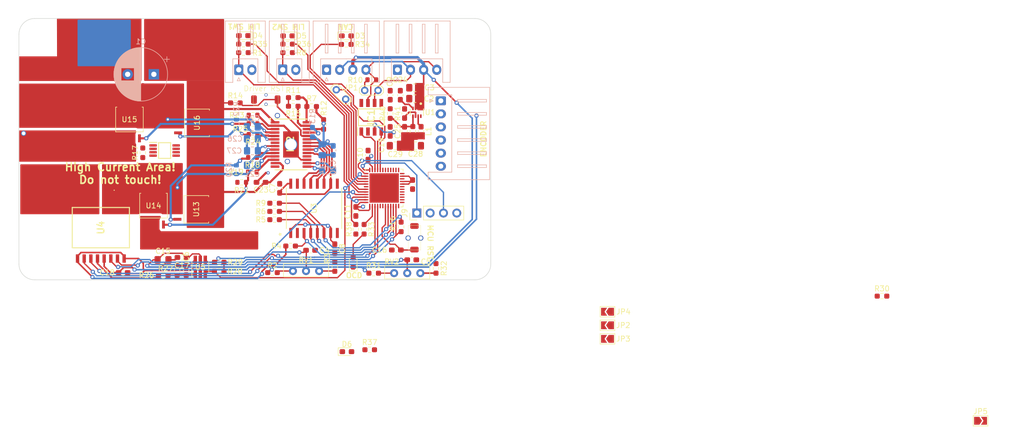
<source format=kicad_pcb>
(kicad_pcb (version 20221018) (generator pcbnew)
  (layers (0 "F.Cu" signal) (31 "B.Cu" signal) (34 "B.Paste" user) (35 "F.Paste" user) (36 "B.SilkS" user "B.Silkscreen") (37 "F.SilkS" user "F.Silkscreen") (38 "B.Mask" user) (39 "F.Mask" user) (44 "Edge.Cuts" user))
  (net 0 "")
  (net 1 "+24V")
  (net 2 "GNDPWR")
  (net 3 "GND")
  (net 4 "+3.3V")
  (net 5 "Net-(IC2-CA)")
  (net 6 "VCC")
  (net 7 "Net-(IC2-CP1)")
  (net 8 "CP1")
  (net 9 "+5VA")
  (net 10 "IP")
  (net 11 "SB1")
  (net 12 "Net-(IC2-CB)")
  (net 13 "Net-(IC2-VREG)")
  (net 14 "GLB0")
  (net 15 "GHB0")
  (net 17 "GHA0")
  (net 18 "GLA0")
  (net 21 "PHASE1")
  (net 22 "SR1")
  (net 23 "PWML1")
  (net 24 "PWMH1")
  (net 25 "RESET")
  (net 26 "Net-(IC2-FF1)")
  (net 27 "Net-(IC2-FF2)")
  (net 28 "Net-(IC2-RDEAD)")
  (net 29 "Net-(IC2-VDSTH)")
  (net 30 "OPHASE1")
  (net 31 "OSR1")
  (net 32 "OPWML1")
  (net 33 "OPWMH1")
  (net 34 "Net-(R18-Pad2)")
  (net 35 "Net-(R19-Pad2)")
  (net 36 "Net-(R22-Pad1)")
  (net 37 "Net-(R23-Pad1)")
  (net 38 "LED2")
  (net 39 "LED1")
  (net 40 "IN")
  (net 41 "UART_TX")
  (net 42 "UART_RX")
  (net 43 "SWDIO")
  (net 44 "SWCLK")
  (net 45 "Net-(U5-Vin+)")
  (net 47 "ENC_A")
  (net 48 "ENC_B")
  (net 49 "LED3")
  (net 50 "LED4")
  (net 51 "CAN_RX")
  (net 52 "CAN_TX")
  (net 53 "I2C_SCL")
  (net 54 "SPI_SCK")
  (net 55 "SPI_MISO")
  (net 56 "SPI_MOSI")
  (net 57 "LED5")
  (net 58 "I2C_SDA")
  (net 59 "OCD2")
  (net 60 "OCD1")
  (net 61 "Net-(U5-Vin-)")
  (net 62 "VREF1")
  (net 63 "VREF2")
  (net 64 "NRST")
  (net 65 "CANL")
  (net 66 "CANH")
  (net 67 "Net-(J3-Pin_1)")
  (net 68 "Net-(J3-Pin_3)")
  (net 69 "SPI_CS")
  (net 70 "LIM1")
  (net 71 "LIM2")
  (net 72 "Net-(JP1-A)")
  (net 73 "Net-(R2-Pad2)")
  (net 74 "Net-(R3-Pad1)")
  (net 75 "Net-(U4-VOUT)")
  (net 76 "Net-(R31-Pad2)")
  (net 77 "Net-(R32-Pad1)")
  (net 78 "LED_OCD")
  (net 87 "LED_CAN")
  (net 88 "LED_LIM2")
  (net 90 "LED_LIM1")
  (net 91 "Net-(D2-A)")
  (net 92 "Net-(D3-A)")
  (net 93 "Net-(D4-A)")
  (net 94 "Net-(D5-A)")
  (net 95 "Net-(D6-A)")
  (net 97 "Net-(U2-PB8)")
  (net 98 "Net-(U1-FB)")
  (net 99 "Net-(U1-SW)")
  (net 100 "Net-(U1-SS_TR)")
  (net 101 "Net-(U1-PG)")
  (footprint "TestPoint:TestPoint_2Pads_Pitch2.54mm_Drill0.8mm" (layer "F.Cu") (at 124.033317 52.608517 -45)
    (fp_text reference "J6" hide)
    (fp_text value "Conn_01x02_Pin")
  )
  (footprint "Capacitor_SMD:C_0805_2012Metric_Pad1.18x1.45mm_HandSolder" (layer "F.Cu") (at 139.1412 63.2968)
    (fp_text reference "C28")
    (fp_text value "10u")
  )
  (footprint "Capacitor_SMD:C_0603_1608Metric_Pad1.08x0.95mm_HandSolder" (layer "F.Cu") (at 127.762 75.8444 -90)
    (fp_text reference "C11")
    (fp_text value "0.1u")
  )
  (footprint "MountingHole:MountingHole_3.2mm_M3" (layer "F.Cu") (at 67.31 42.799)
    (fp_text reference "H1" hide)
    (fp_text value "MountingHole" hide)
  )
  (footprint "LED_SMD:LED_0603_1608Metric_Pad1.05x0.95mm_HandSolder" (layer "F.Cu") (at 106.3244 42.2656 180)
    (fp_text reference "D4")
    (fp_text value "LED")
  )
  (footprint "Resistor_SMD:R_0603_1608Metric_Pad0.98x0.95mm_HandSolder" (layer "F.Cu") (at 143.0528 86.7156 90)
    (fp_text reference "R32")
    (fp_text value "2.4k")
  )
  (footprint "Resistor_SMD:R_0603_1608Metric_Pad0.98x0.95mm_HandSolder" (layer "F.Cu") (at 101.7016 87.2744 180)
    (fp_text reference "R28")
    (fp_text value "10k")
  )
  (footprint "Resistor_SMD:R_0603_1608Metric_Pad0.98x0.95mm_HandSolder" (layer "F.Cu") (at 130.4055 102.2604)
    (fp_text reference "R37")
    (fp_text value "R")
  )
  (footprint "0-Myparts:CZ3AG6" (layer "F.Cu") (at 79.121 78.941 -90)
    (fp_text reference "U4")
    (fp_text value "CZ3A07" hide)
  )
  (footprint "Jumper:SolderJumper-2_P1.3mm_Open_TrianglePad1.0x1.5mm" (layer "F.Cu") (at 175.768 94.996 180)
    (fp_text reference "JP4")
    (fp_text value "SolderJumper_2_Open")
  )
  (footprint "Resistor_SMD:R_0603_1608Metric_Pad0.98x0.95mm_HandSolder" (layer "F.Cu") (at 138.6332 60.5422 90)
    (fp_text reference "R39" hide)
    (fp_text value "R")
  )
  (footprint "Resistor_SMD:R_0603_1608Metric_Pad0.98x0.95mm_HandSolder" (layer "F.Cu") (at 111.8616 87.5284)
    (fp_text reference "R2")
    (fp_text value "13k")
  )
  (footprint "Capacitor_SMD:C_0603_1608Metric_Pad1.08x0.95mm_HandSolder" (layer "F.Cu") (at 113.2332 71.4248 90)
    (fp_text reference "C7")
    (fp_text value "0.1u")
  )
  (footprint "Resistor_SMD:R_0603_1608Metric" (layer "F.Cu") (at 105.9942 70.2818 180)
    (fp_text reference "R21")
    (fp_text value "10k")
  )
  (footprint "Resistor_SMD:R_0603_1608Metric_Pad0.98x0.95mm_HandSolder" (layer "F.Cu") (at 114.7572 43.8912 180)
    (fp_text reference "R36")
    (fp_text value "R")
  )
  (footprint "Capacitor_SMD:C_0805_2012Metric_Pad1.18x1.45mm_HandSolder" (layer "F.Cu") (at 138.9888 52.2224 180)
    (fp_text reference "C3")
    (fp_text value "10u")
  )
  (footprint "MountingHole:MountingHole_3.2mm_M3" (layer "F.Cu") (at 149.733 85.09)
    (fp_text reference "H4" hide)
    (fp_text value "MountingHole" hide)
  )
  (footprint "Resistor_SMD:R_0603_1608Metric" (layer "F.Cu") (at 108.1532 59.1058 180)
    (fp_text reference "R25")
    (fp_text value "10")
  )
  (footprint "Resistor_SMD:R_0603_1608Metric_Pad0.98x0.95mm_HandSolder" (layer "F.Cu") (at 91.0336 88.0364)
    (fp_text reference "R26")
    (fp_text value "1k")
  )
  (footprint "0-Myparts:TVAF06" (layer "F.Cu") (at 138.938 80.9244)
    (fp_text reference "SW2" hide)
    (fp_text value "SW_Push")
  )
  (footprint "Capacitor_SMD:C_0603_1608Metric_Pad1.08x0.95mm_HandSolder" (layer "F.Cu") (at 134.3152 60.5547 90)
    (fp_text reference "C19")
    (fp_text value "0.1u")
  )
  (footprint "0-Myparts:SQJ180EP-T1_GE3" (layer "F.Cu") (at 89.164 74.7395)
    (fp_text reference "U14")
    (fp_text value "SQJ180EP-T1_GE3" hide)
  )
  (footprint "Capacitor_SMD:C_0805_2012Metric_Pad1.18x1.45mm_HandSolder" (layer "F.Cu") (at 138.9888 54.3052 180)
    (fp_text reference "C2")
    (fp_text value "10u")
  )
  (footprint "Capacitor_SMD:C_0603_1608Metric_Pad1.08x0.95mm_HandSolder" (layer "F.Cu") (at 119.126 83.2588)
    (fp_text reference "C4")
    (fp_text value "1n")
  )
  (footprint "Capacitor_SMD:C_0603_1608Metric_Pad1.08x0.95mm_HandSolder" (layer "F.Cu") (at 137.0584 60.5422 90)
    (fp_text reference "C25")
    (fp_text value "C")
  )
  (footprint "Resistor_SMD:R_0603_1608Metric_Pad0.98x0.95mm_HandSolder" (layer "F.Cu") (at 87.122 64.643 90)
    (fp_text reference "R17")
    (fp_text value "10k")
  )
  (footprint "Resistor_SMD:R_0603_1608Metric_Pad0.98x0.95mm_HandSolder" (layer "F.Cu") (at 93.6752 87.122 -90)
    (fp_text reference "R27")
    (fp_text value "1k")
  )
  (footprint "Capacitor_SMD:C_0805_2012Metric_Pad1.18x1.45mm_HandSolder" (layer "F.Cu") (at 135.2804 63.2968 180)
    (fp_text reference "C29")
    (fp_text value "10u")
  )
  (footprint "Resistor_SMD:R_0603_1608Metric_Pad0.98x0.95mm_HandSolder" (layer "F.Cu") (at 125.9332 43.942)
    (fp_text reference "R34")
    (fp_text value "R")
  )
  (footprint "Resistor_SMD:R_0603_1608Metric_Pad0.98x0.95mm_HandSolder" (layer "F.Cu") (at 115.824 55.753 180)
    (fp_text reference "R15")
    (fp_text value "20k")
  )
  (footprint "Capacitor_SMD:C_0603_1608Metric_Pad1.08x0.95mm_HandSolder" (layer "F.Cu") (at 136.2456 53.6448 90)
    (fp_text reference "C24")
    (fp_text value "4.7u")
  )
  (footprint "LED_SMD:LED_0603_1608Metric_Pad1.05x0.95mm_HandSolder" (layer "F.Cu") (at 114.7572 42.3164 180)
    (fp_text reference "D5")
    (fp_text value "LED")
  )
  (footprint "Capacitor_SMD:C_0603_1608Metric_Pad1.08x0.95mm_HandSolder" (layer "F.Cu") (at 130.0988 65.0748 90)
    (fp_text reference "C10")
    (fp_text value "0.1u")
  )
  (footprint "Resistor_SMD:R_0603_1608Metric_Pad0.98x0.95mm_HandSolder" (layer "F.Cu") (at 104.775 55.118)
    (fp_text reference "R14")
    (fp_text value "20k")
  )
  (footprint "MountingHole:MountingHole_3.2mm_M3" (layer "F.Cu") (at 67.31 85.09)
    (fp_text reference "H2" hide)
    (fp_text value "MountingHole" hide)
  )
  (footprint "Resistor_SMD:R_0603_1608Metric_Pad0.98x0.95mm_HandSolder" (layer "F.Cu") (at 136.398 78.7908 90)
    (fp_text reference "R16")
    (fp_text value "R")
  )
  (footprint "Capacitor_SMD:C_0603_1608Metric_Pad1.08x0.95mm_HandSolder" (layer "F.Cu") (at 134.3152 53.6448 90)
    (fp_text reference "C9")
    (fp_text value "C")
  )
  (footprint "0_Mylib:ISO674x" (layer "F.Cu") (at 119.7864 75.2475 90)
    (fp_text reference "U3")
    (fp_text value "ISO6741FDWR")
  )
  (footprint "Resistor_SMD:R_0603_1608Metric_Pad0.98x0.95mm_HandSolder" (layer "F.Cu") (at 112.268 77.4192)
    (fp_text reference "R5")
    (fp_text value "R")
  )
  (footprint "Resistor_SMD:R_0603_1608Metric" (layer "F.Cu") (at 130.81 50.6984 180)
    (fp_text reference "R10")
    (fp_text value "120")
  )
  (footprint "Jumper:SolderJumper-2_P1.3mm_Open_TrianglePad1.0x1.5mm" (layer "F.Cu") (at 175.768 97.5868 180)
    (fp_text reference "JP2")
    (fp_text value "SolderJumper_2_Open")
  )
  (footprint "Resistor_SMD:R_0603_1608Metric_Pad0.98x0.95mm_HandSolder" (layer "F.Cu") (at 228.125 92.014)
    (fp_text reference "R30")
    (fp_text value "10k")
  )
  (footprint "Resistor_SMD:R_0603_1608Metric_Pad0.98x0.95mm_HandSolder" (layer "F.Cu") (at 119.3292 55.8038 180)
    (fp_text reference "R7")
    (fp_text value "10k")
  )
  (footprint "Capacitor_SMD:C_0603_1608Metric_Pad1.08x0.95mm_HandSolder" (layer "F.Cu") (at 83.3628 87.5284)
    (fp_text reference "C18")
    (fp_text value "0.1u")
  )
  (footprint "0-Myparts:ねじ端子(縦)" (layer "F.Cu") (at 79.756 35.734)
    (fp_text reference "J7" hide)
    (fp_text value "Conn_01x01_Pin" hide)
  )
  (footprint "Connector_PinHeader_2.54mm:PinHeader_1x04_P2.54mm_Vertical" (layer "F.Cu") (at 139.3952 76.1492 90)
    (fp_text reference "J9")
    (fp_text value "Conn_01x04_Pin")
  )
  (footprint "0-Myparts:SQJ180EP-T1_GE3" (layer "F.Cu") (at 97.3328 75.438 -90)
    (fp_text reference "U13")
    (fp_text value "SQJ180EP-T1_GE3" hide)
  )
  (footprint "Resistor_SMD:R_0603_1608Metric" (layer "F.Cu") (at 108.0262 68.326 180)
    (fp_text reference "R19")
    (fp_text value "10")
  )
  (footprint "Capacitor_SMD:C_0603_1608Metric_Pad1.08x0.95mm_HandSolder" (layer "F.Cu") (at 135.4836 83.2104 180)
    (fp_text reference "C16")
    (fp_text value "0.1u")
  )
  (footprint "Resistor_SMD:R_0603_1608Metric_Pad0.98x0.95mm_HandSolder" (layer "F.Cu") (at 115.824 54.102 180)
    (fp_text reference "R11")
    (fp_text value "1k")
  )
  (footprint "Resistor_SMD:R_0603_1608Metric_Pad0.98x0.95mm_HandSolder" (layer "F.Cu") (at 112.268 74.2696)
    (fp_text reference "R9")
    (fp_text value "R")
  )
  (footprint "Jumper:SolderJumper-2_P1.3mm_Open_TrianglePad1.0x1.5mm" (layer "F.Cu") (at 175.768 100.1776 180)
    (fp_text reference "JP3")
    (fp_text value "SolderJumper_2_Open")
  )
  (footprint "Capacitor_SMD:C_0603_1608Metric_Pad1.08x0.95mm_HandSolder" (layer "F.Cu") (at 138.43 85.09)
    (fp_text reference "C5")
    (fp_text value "1n")
  )
  (footprint "Resistor_SMD:R_0603_1608Metric_Pad0.98x0.95mm_HandSolder" (layer "F.Cu") (at 106.3225 43.8912 180)
    (fp_text reference "R35")
    (fp_text value "R")
  )
  (footprint "0-Myparts:ねじ端子(縦)" (layer "F.Cu") (at 92.837 35.716)
    (fp_text reference "J5" hide)
    (fp_text value "Conn_01x01_Pin" hide)
  )
  (footprint "0-Myparts:ねじ端子(縦)" (layer "F.Cu") (at 67.818 47.926)
    (fp_text reference "J8" hide)
    (fp_text value "Conn_01x01")
  )
  (footprint "Package_TO_SOT_SMD:SOT-23-6_Handsoldering" (layer "F.Cu") (at 98.0948 86.4108 90)
    (fp_text reference "U5")
    (fp_text value "MCP3421A0T-ECH" hide)
  )
  (footprint "Capacitor_SMD:C_0603_1608Metric_Pad1.08x0.95mm_HandSolder" (layer "F.Cu") (at 123.7488 82.9564 90)
    (fp_text reference "C8")
    (fp_text value "0.1u")
  )
  (footprint "0-Myparts:SOIC127P600X175-8N" (layer "F.Cu") (at 130.7084 57.8612 90)
    (fp_text reference "IC1")
    (fp_text value "TJA1441AT_0Z" hide)
  )
  (footprint "Inductor_SMD:L_0603_1608Metric_Pad1.05x0.95mm_HandSolder" (layer "F.Cu") (at 137.0584 57.1386 -90)
    (fp_text reference "R41")
    (fp_text value "100k")
  )
  (footprint "LED_SMD:LED_0603_1608Metric_Pad1.05x0.95mm_HandSolder" (layer "F.Cu") (at 126.0605 102.6204)
    (fp_text reference "D6")
    (fp_text value "LED")
  )
  (footprint "Capacitor_SMD:C_0805_2012Metric_Pad1.18x1.45mm_HandSolder" (layer "F.Cu") (at 90.9828 85.09)
    (fp_text reference "C15")
    (fp_text value "10u")
  )
  (footprint "0-Myparts:TSR-3296" (layer "F.Cu") (at 118.2624 87.2212)
    (fp_text reference "RV1")
    (fp_text value "10k")
  )
  (footprint "Resistor_SMD:R_0603_1608Metric_Pad0.98x0.95mm_HandSolder" (layer "F.Cu") (at 106.3244 45.5168)
    (fp_text reference "R1")
    (fp_text value "20k")
  )
  (footprint "Capacitor_SMD:C_0603_1608Metric_Pad1.08x0.95mm_HandSolder" (layer "F.Cu") (at 138.5824 70.7136 -90)
    (fp_text reference "C12" hide)
    (fp_text value "4.7u")
  )
  (footprint "Resistor_SMD:R_0603_1608Metric_Pad0.98x0.95mm_HandSolder" (layer "F.Cu") (at 121.6152 59.2328 -90)
    (fp_text reference "R12")
    (fp_text value "20k")
  )
  (footprint "Resistor_SMD:R_0603_1608Metric_Pad0.98x0.95mm_HandSolder" (layer "F.Cu") (at 129.3368 79.248 -90)
    (fp_text reference "R33")
    (fp_text value "R")
  )
  (footprint "0-Myparts:A3944KLPTRT" (layer "F.Cu") (at 115.3942 63.0538 -90)
    (fp_text reference "IC2")
    (fp_text value "A3921KLPTR-T" hide)
  )
  (footprint "0-Myparts:SQJ180EP-T1_GE3" (layer "F.Cu") (at 84.582 58.2803)
    (fp_text reference "U15")
    (fp_text value "SQJ180EP-T1_GE3" hide)
  )
  (footprint "0_Mylib:TMP275AQDGKRQ1" (layer "F.Cu") (at 91.2876 64.2112)
    (fp_text reference "IC3" hide)
    (fp_text value "TMP275AQDGKRQ1" hide)
  )
  (footprint "Jumper:SolderJumper-2_P1.3mm_Open_TrianglePad1.0x1.5mm" (layer "F.Cu") (at 246.925 115.824)
    (fp_text reference "JP5")
    (fp_text value "SolderJumper_2_Open")
  )
  (footprint "Package_DFN_QFN:QFN-48-1EP_7x7mm_P0.5mm_EP5.6x5.6mm" (layer "F.Cu") (at 133.1637 71.3672 90)
    (fp_text reference "U2" hide)
    (fp_text value "STM32G431CBUx")
  )
  (footprint "Capacitor_SMD:C_0603_1608Metric_Pad1.08x0.95mm_HandSolder" (layer "F.Cu") (at 94.5896 84.6328 180)
    (fp_text reference "C17")
    (fp_text value "0.1u")
  )
  (footprint "Resistor_SMD:R_0603_1608Metric_Pad0.98x0.95mm_HandSolder" (layer "F.Cu") (at 115.316 82.4484)
    (fp_text reference "R4")
    (fp_text value "R")
  )
  (footprint "Resistor_SMD:R_0603_1608Metric_Pad0.98x0.95mm_HandSolder" (layer "F.Cu") (at 134.3152 57.15 90)
    (fp_text reference "R40")
    (fp_text value "R")
  )
  (footprint "Resistor_SMD:R_0603_1608Metric_Pad0.98x0.95mm_HandSolder" (layer "F.Cu") (at 112.268 75.8444)
    (fp_text reference "R6")
    (fp_text value "R")
  )
  (footprint "Resistor_SMD:R_0603_1608Metric_Pad0.98x0.95mm_HandSolder" (layer "F.Cu") (at 101.7016 85.5472 180)
    (fp_text reference "R29")
    (fp_text value "10k")
  )
  (footprint "Resistor_SMD:R_0603_1608Metric_Pad0.98x0.95mm_HandSolder" (layer "F.Cu") (at 123.7488 86.3576 90)
    (fp_text reference "R3")
    (fp_text value "2.4k")
  )
  (footprint "MountingHole:MountingHole_3.2mm_M3" (layer "F.Cu") (at 149.733 42.799)
    (fp_text reference "H3" hide)
    (fp_text value "MountingHole" hide)
  )
  (footprint "Resistor_SMD:R_0603_1608Metric_Pad0.98x0.95mm_HandSolder" (layer "F.Cu") (at 114.7572 45.5168)
    (fp_text reference "R8")
    (fp_text value "20k")
  )
  (footprint "0-Myparts:TVAF06" (layer "F.Cu") (at 110.631 54.483 90)
    (fp_text reference "SW3" hide)
    (fp_text value "SW_Push" hide)
  )
  (footprint "LED_SMD:LED_0603_1608Metric_Pad1.05x0.95mm_HandSolder" (layer "F.Cu") (at 127.254 85.5472 90)
    (fp_text reference "D2" hide)
    (fp_text value "LED")
  )
  (footprint "Resistor_SMD:R_0603_1608Metric_Pad0.98x0.95mm_HandSolder" (layer "F.Cu") (at 131.1656 87.63)
    (fp_text reference "R31")
    (fp_text value "13k")
  )
  (footprint "Capacitor_SMD:C_0603_1608Metric_Pad1.08x0.95mm_HandSolder" (layer "F.Cu") (at 95.4024 87.122 90)
    (fp_text reference "C6")
    (fp_text value "1n")
  )
  (footprint "Capacitor_SMD:C_0603_1608Metric_Pad1.08x0.95mm_HandSolder" (layer "F.Cu") (at 109.6772 70.2818 180)
    (fp_text reference "C23")
    (fp_text value "0.1u")
  )
  (footprint "Resistor_SMD:R_0603_1608Metric" (layer "F.Cu") (at 108.1532 57.4548)
    (fp_text reference "R23")
    (fp_text value "10k")
  )
  (footprint "TestPoint:TestPoint_2Pads_Pitch2.54mm_Drill0.8mm" (layer "F.Cu") (at 129.4584 52.7304)
    (fp_text reference "JP1")
    (fp_text value "Jumper_2_Open")
  )
  (footprint "0-Myparts:SQJ180EP-T1_GE3" (layer "F.Cu") (at 97.4725 58.928 -90)
    (fp_text reference "U16")
    (fp_text value "SQJ180EP-T1_GE3" hide)
  )
  (footprint "Resistor_SMD:R_0603_1608Metric" (layer "F.Cu") (at 108.0516 65.532 180)
    (fp_text reference "R18")
    (fp_text value "10")
  )
  (footprint "Resistor_SMD:R_0603_1608Metric_Pad0.98x0.95mm_HandSolder" (layer "F.Cu") (at 127.762 79.248 -90)
    (fp_text reference "R38")
    (fp_text value "20k")
  )
  (footprint "0_Mylib:DRL0008A-MFG" (layer "F.Cu") (at 139.407199 56.913401 -90)
    (fp_text reference "U1")
    (fp_text value "TPS628511DRLR")
  )
  (footprint "0-Myparts:ねじ端子(縦)" (layer "F.Cu") (at 60.136 71.374 90)
    (fp_text reference "J4" hide)
    (fp_text value "Conn_01x01" hide)
  )
  (footprint "Resistor_SMD:R_0603_1608Metric" (layer "F.Cu") (at 108.1532 61.1378 180)
    (fp_text reference "R24")
    (fp_text value "10")
  )
  (footprint "LED_SMD:LED_0603_1608Metric_Pad1.05x0.95mm_HandSolder" (layer "F.Cu") (at 125.984 42.3164)
    (fp_text reference "D3")
    (fp_text value "LED")
  )
  (footprint "0-Myparts:TSR-3296" (layer "F.Cu") (at 137.5664 87.6276)
    (fp_text reference "RV2")
    (fp_text value "10k")
  )
  (footprint "Inductor_SMD:L_0603_1608Metric_Pad1.05x0.95mm_HandSolder" (layer "F.Cu") (at 140.208 60.5422 -90)
    (fp_text reference "L1")
    (fp_text value "4.7u")
  )
  (footprint "Capacitor_SMD:C_0805_2012Metric_Pad1.18x1.45mm_HandSolder" (layer "B.Cu") (at 108.0223 61.976 180)
    (fp_text reference "C26")
    (fp_text value "10u")
  )
  (footprint "Capacitor_THT:CP_Radial_D10.0mm_P5.00mm" (layer "B.Cu") (at 89.235677 49.657 180)
    (fp_text reference "C1")
    (fp_text value "220u")
  )
  (footprint "Connector_JST:JST_XH_S6B-XH-A_1x06_P2.50mm_Horizontal" (layer "B.Cu") (at 143.9716 54.71 -90)
    (fp_text reference "J3" hide)
    (fp_text value "Conn_01x06" hide)
  )
  (footprint "Connector_JST:JST_XH_S2B-XH-A_1x02_P2.50mm_Horizontal" (layer "B.Cu") (at 113.812 48.789)
    (fp_text reference "J11" hide)
    (fp_text value "Conn_01x02" hide)
  )
  (footprint "Connector_JST:JST_XH_S4B-XH-A_1x04_P2.50mm_Horizontal" (layer "B.Cu") (at 122.1832 48.789)
    (fp_text reference "J2" hide)
    (fp_text value "Conn_01x04" hide)
  )
  (footprint "Resistor_SMD:R_0603_1608Metric" (layer "B.Cu") (at 104.9782 59.1058 90)
    (fp_text reference "R22")
    (fp_text value "10k")
  )
  (footprint "Capacitor_SMD:C_0805_2012Metric_Pad1.18x1.45mm_HandSolder" (layer "B.Cu") (at 108.0438 64.262 180)
    (fp_text reference "C27")
    (fp_text value "0.1u")
  )
  (footprint "Capacitor_SMD:C_0603_1608Metric_Pad1.08x0.95mm_HandSolder" (layer "B.Cu") (at 123.444 64.1847 -90)
    (fp_text reference "C20")
    (fp_text value "0.1u")
  )
  (footprint "Capacitor_SMD:C_0805_2012Metric_Pad1.18x1.45mm_HandSolder" (layer "B.Cu") (at 108.0262 67.0248)
    (fp_text reference "C21")
    (fp_text value "10u")
  )
  (footprint "Connector_JST:JST_XH_S4B-XH-A_1x04_P2.50mm_Horizontal" (layer "B.Cu") (at 135.696 48.789)
    (fp_text reference "J1" hide)
    (fp_text value "Conn_01x04" hide)
  )
  (footprint "Connector_JST:JST_XH_S2B-XH-A_1x02_P2.50mm_Horizontal" (layer "B.Cu") (at 105.43 48.789)
    (fp_text reference "J10" hide)
    (fp_text value "Conn_01x02" hide)
  )
  (footprint "Resistor_SMD:R_0603_1608Metric_Pad0.98x0.95mm_HandSolder" (layer "B.Cu") (at 119.4816 60.706 90)
    (fp_text reference "R13")
    (fp_text value "20k")
  )
  (footprint "Capacitor_SMD:C_0805_2012Metric_Pad1.18x1.45mm_HandSolder" (layer "B.Cu") (at 108.0223 59.69 180)
    (fp_text reference "C22")
    (fp_text value "10u")
  )
  (footprint "Resistor_SMD:R_0603_1608Metric" (layer "B.Cu") (at 104.9782 67.8688 -90)
    (fp_text reference "R20")
    (fp_text value "10k")
  )
  (footprint "Capacitor_SMD:C_0805_2012Metric_Pad1.18x1.45mm_HandSolder" (layer "B.Cu") (at 121.3612 64.0588 -90)
    (fp_text reference "C14")
    (fp_text value "10u")
  )
  (footprint "Capacitor_SMD:C_0805_2012Metric_Pad1.18x1.45mm_HandSolder" (layer "B.Cu") (at 122.3772 67.9958 180)
    (fp_text reference "C13" hide)
    (fp_text value "10u")
  )
  (gr_line (start 63.5 85.9) (end 63.5 42) (stroke (width 0.1)) (layer "Edge.Cuts"))
  (gr_arc (start 66.5 88.9) (mid 64.37868 88.02132) (end 63.5 85.9) (stroke (width 0.1)) (layer "Edge.Cuts"))
  (gr_line (start 153.5 42) (end 153.5 85.9) (stroke (width 0.1)) (layer "Edge.Cuts"))
  (gr_arc (start 150.5 39) (mid 152.62132 39.87868) (end 153.5 42) (stroke (width 0.1)) (layer "Edge.Cuts"))
  (gr_line (start 150.5 88.9) (end 66.5 88.9) (stroke (width 0.1)) (layer "Edge.Cuts"))
  (gr_arc (start 63.5 42) (mid 64.37868 39.87868) (end 66.5 39) (stroke (width 0.1)) (layer "Edge.Cuts"))
  (gr_arc (start 153.5 85.9) (mid 152.62132 88.02132) (end 150.5 88.9) (stroke (width 0.1)) (layer "Edge.Cuts"))
  (gr_line (start 66.5 39) (end 150.5 39) (stroke (width 0.1)) (layer "Edge.Cuts"))
  (gr_text "ENCODER" (at 152.7048 65.5828 90) (layer "F.SilkS") (effects (font (size 1 1) (thickness 0.2) bold) (justify left bottom)))
  (gr_text "LIM SW1" (at 109.6772 39.9288 180) (layer "F.SilkS") (effects (font (size 1 1) (thickness 0.2) bold) (justify left bottom)))
  (gr_text "OCD" (at 125.7808 88.646) (layer "F.SilkS") (effects (font (size 1 1) (thickness 0.2) bold) (justify left bottom)))
  (gr_text "LIM SW2" (at 118.1608 39.9796 180) (layer "F.SilkS") (effects (font (size 1 1) (thickness 0.2) bold) (justify left bottom)))
  (gr_text "High Current Area!\nDo not touch!" (at 82.804 68.58) (layer "F.SilkS") (effects (font (size 1.5 1.5) (thickness 0.3) bold)))
  (gr_text "Driver RST" (at 106.299 52.959) (layer "F.SilkS") (effects (font (size 1 1) (thickness 0.1)) (justify left bottom)))
  (gr_text "CAN" (at 127.4064 39.9796 180) (layer "F.SilkS") (effects (font (size 1 1) (thickness 0.2) bold) (justify left bottom)))
  (gr_text "MCU RST" (at 141.3764 78.2828 270) (layer "F.SilkS") (effects (font (size 1 1) (thickness 0.2) bold) (justify left bottom)))
  (segment (start 112.2196 58.8288) (end 109.6772 56.2864) (width 0.4) (layer "F.Cu") (net 1))
  (segment (start 102.424 72.1248) (end 102.4128 72.136) (width 0.4) (layer "F.Cu") (net 1))
  (segment (start 108.52 72.1248) (end 102.424 72.1248) (width 0.4) (layer "F.Cu") (net 1))
  (segment (start 113.8428 67.1576) (end 113.8428 67.818) (width 0.4) (layer "F.Cu") (net 1))
  (segment (start 110.363 70.2818) (end 108.52 72.1248) (width 0.4) (layer "F.Cu") (net 1))
  (segment (start 113.314 66.6288) (end 113.8428 67.1576) (width 0.4) (layer "F.Cu") (net 1))
  (segment (start 113.8428 67.818) (end 111.379 70.2818) (width 0.4) (layer "F.Cu") (net 1))
  (segment (start 109.6772 56.2864) (end 102.1588 56.2864) (width 0.4) (layer "F.Cu") (net 1))
  (segment (start 103.8625 55.118) (end 102.108 55.118) (width 0.25) (layer "F.Cu") (net 1))
  (segment (start 112.3442 66.6288) (end 113.314 66.6288) (width 0.4) (layer "F.Cu") (net 1))
  (segment (start 111.379 70.2818) (end 110.5397 70.2818) (width 0.4) (layer "F.Cu") (net 1))
  (segment (start 112.3442 58.8288) (end 112.2196 58.8288) (width 0.4) (layer "F.Cu") (net 1))
  (segment (start 110.5397 70.2818) (end 110.363 70.2818) (width 0.4) (layer "F.Cu") (net 1))
  (segment (start 114.9115 54.102) (end 114.9115 55.753) (width 0.25) (layer "F.Cu") (net 2))
  (segment (start 112.3442 59.4788) (end 111.086857 59.4788) (width 0.4) (layer "F.Cu") (net 2))
  (segment (start 117.3192 65.9788) (end 115.3942 64.0538) (width 0.3) (layer "F.Cu") (net 2))
  (segment (start 109.062857 57.4548) (end 108.9782 57.4548) (width 0.4) (layer "F.Cu") (net 2))
  (segment (start 111.0234 68.4784) (end 110.6181 68.4784) (width 0.4) (layer "F.Cu") (net 2))
  (segment (start 115.3668 63.0682) (end 115.3942 63.0538) (width 0.4) (layer "F.Cu") (net 2))
  (segment (start 112.3442 59.4788) (end 114.038 59.4788) (width 0.4) (layer "F.Cu") (net 2))
  (segment (start 115.3942 64.1538) (end 115.3668 63.0682) (width 0.4) (layer "F.Cu") (net 2))
  (segment (start 118.4442 65.9788) (end 117.3192 65.9788) (width 0.3) (layer "F.Cu") (net 2))
  (segment (start 111.086857 59.4788) (end 109.062857 57.4548) (width 0.4) (layer "F.Cu") (net 2))
  (segment (start 115.3942 60.835) (end 115.3942 63.0538) (width 0.4) (layer "F.Cu") (net 2))
  (segment (start 110.6181 68.4784) (end 108.8147 70.2818) (width 0.4) (layer "F.Cu") (net 2))
  (segment (start 114.038 59.4788) (end 115.3942 60.835) (width 0.4) (layer "F.Cu") (net 2))
  (segment (start 115.3942 64.0538) (end 115.3942 63.0538) (width 0.3) (layer "F.Cu") (net 2))
  (via (at 111.0234 68.4784) (size 0.6) (drill 0.3) (layers "F.Cu" "B.Cu") (net 2))
  (via (at 112.8014 57.531) (size 1) (drill 0.7) (layers "F.Cu" "B.Cu") (net 2))
  (via (at 114.7064 66.294) (size 1) (drill 0.7) (layers "F.Cu" "B.Cu") (net 2))
  (via (at 64.389 60.9346) (size 1) (drill 0.7) (layers "F.Cu" "B.Cu") (net 2))
  (via (at 115.3668 63.0682) (size 2.5) (drill 2.2) (layers "F.Cu" "B.Cu") (net 2))
  (segment (start 121.4103 65.0472) (end 121.3612 65.0963) (width 0.4) (layer "B.Cu") (net 2))
  (segment (start 106.9848 64.2405) (end 107.0063 64.262) (width 0.4) (layer "B.Cu") (net 2))
  (segment (start 106.9848 61.976) (end 106.9848 64.2405) (width 0.4) (layer "B.Cu") (net 2))
  (segment (start 123.444 65.0472) (end 121.4103 65.0472) (width 0.4) (layer "B.Cu") (net 2))
  (segment (start 86.3092 84.836) (end 87.225606 85.752406) (width 0.3) (layer "F.Cu") (net 3))
  (segment (start 93.2699 85.09) (end 93.7271 84.6328) (width 0.3) (layer "F.Cu") (net 3))
  (segment (start 74.676 85.5287) (end 74.676 84.836) (width 0.3) (layer "F.Cu") (net 3))
  (segment (start 87.225606 85.752406) (end 87.225606 86.870006) (width 0.3) (layer "F.Cu") (net 3))
  (segment (start 97.7392 86.5632) (end 98.0948 86.9188) (width 0.25) (layer "F.Cu") (net 3))
  (segment (start 109.862106 87.7691) (end 109.862106 87.297044) (width 0.3) (layer "F.Cu") (net 3))
  (segment (start 114.4035 84.0721) (end 114.4035 82.4484) (width 0.3) (layer "F.Cu") (net 3))
  (segment (start 96.2152 87.122) (end 93.472 87.122) (width 0.25) (layer "F.Cu") (net 3))
  (segment (start 75.346 83.691) (end 82.896 83.691) (width 0.3) (layer "F.Cu") (net 3))
  (segment (start 83.566 84.2264) (end 83.566 84.836) (width 0.3) (layer "F.Cu") (net 3))
  (segment (start 109.862106 87.297044) (end 110.949343 86.209807) (width 0.3) (layer "F.Cu") (net 3))
  (segment (start 90.0176 87.122) (end 90.0176 87.0927) (width 0.3) (layer "F.Cu") (net 3))
  (segment (start 131.4137 73.1172) (end 133.1637 71.3672) (width 0.25) (layer "F.Cu") (net 3))
  (segment (start 83.566 84.836) (end 86.3092 84.836) (width 0.3) (layer "F.Cu") (net 3))
  (segment (start 77.5208 88.3735) (end 74.676 85.5287) (width 0.3) (layer "F.Cu") (net 3))
  (segment (start 96.2152 87.122) (end 96.774 86.5632) (width 0.25) (layer "F.Cu") (net 3))
  (segment (start 74.676 84.836) (end 74.676 84.291) (width 0.3) (layer "F.Cu") (net 3))
  (segment (start 87.4776 87.122) (end 86.895717 87.703883) (width 0.3) (layer "F.Cu") (net 3))
  (segment (start 82.896 83.691) (end 83.566 84.361) (width 0.3) (layer "F.Cu") (net 3))
  (segment (start 74.676 84.361) (end 75.346 83.691) (width 0.3) (layer "F.Cu") (net 3))
  (segment (start 90.0176 87.0927) (end 92.0203 85.09) (width 0.3) (layer "F.Cu") (net 3))
  (segment (start 84.400783 87.703883) (end 84.2253 87.5284) (width 0.3) (layer "F.Cu") (net 3))
  (segment (start 87.4776 87.122) (end 90.0176 87.122) (width 0.3) (layer "F.Cu") (net 3))
  (segment (start 87.225606 86.870006) (end 87.4776 87.122) (width 0.3) (layer "F.Cu") (net 3))
  (segment (start 98.0948 86.9188) (end 98.0948 87.7608) (width 0.25) (layer "F.Cu") (net 3))
  (segment (start 112.265793 86.209807) (end 114.4035 84.0721) (width 0.3) (layer "F.Cu") (net 3))
  (segment (start 96.774 86.5632) (end 97.7392 86.5632) (width 0.25) (layer "F.Cu") (net 3))
  (segment (start 90.0176 87.122) (end 93.472 87.122) (width 0.3) (layer "F.Cu") (net 3))
  (segment (start 86.895717 87.703883) (end 84.400783 87.703883) (width 0.3) (layer "F.Cu") (net 3))
  (segment (start 92.0203 85.09) (end 93.2699 85.09) (width 0.3) (layer "F.Cu") (net 3))
  (segment (start 110.949343 86.209807) (end 112.265793 86.209807) (width 0.3) (layer "F.Cu") (net 3))
  (segment (start 74.676 84.836) (end 74.676 84.361) (width 0.3) (layer "F.Cu") (net 3))
  (segment (start 83.566 84.361) (end 83.566 84.836) (width 0.3) (layer "F.Cu") (net 3))
  (via (at 77.5208 88.3735) (size 0.8) (drill 0.4) (layers "F.Cu" "B.Cu") (net 3))
  (via (at 109.862106 87.7691) (size 0.8) (drill 0.4) (layers "F.Cu" "B.Cu") (net 3))
  (segment (start 109.862106 87.7691) (end 109.008206 88.623) (width 0.3) (layer "B.Cu") (net 3))
  (segment (start 109.008206 88.623) (end 77.7703 88.623) (width 0.3) (layer "B.Cu") (net 3))
  (segment (start 77.7703 88.623) (end 77.5208 88.3735) (width 0.3) (layer "B.Cu") (net 3))
  (segment (start 128.6267 74.1172) (end 127.762 74.9819) (width 0.25) (layer "F.Cu") (net 4))
  (segment (start 122.9614 81.3065) (end 123.7488 82.0939) (width 0.25) (layer "F.Cu") (net 4))
  (segment (start 129.7262 74.1172) (end 128.6267 74.1172) (width 0.25) (layer "F.Cu") (net 4))
  (segment (start 137.8163 70.6172) (end 138.5824 69.8511) (width 0.25) (layer "F.Cu") (net 4))
  (segment (start 122.682 78.5876) (end 122.9614 78.867) (width 0.25) (layer "F.Cu") (net 4))
  (segment (start 80.935053 87.5284) (end 82.5003 87.5284) (width 0.3) (layer "F.Cu") (net 4))
  (segment (start 115.3414 79.335002) (end 115.3414 79.956401) (width 0.25) (layer "F.Cu") (net 4))
  (segment (start 137.8485 69.1172) (end 138.5824 69.8511) (width 0.25) (layer "F.Cu") (net 4))
  (segment (start 130.0988 65.861667) (end 130.0988 65.9373) (width 0.25) (layer "F.Cu") (net 4))
  (segment (start 83.4655 86.5632) (end 82.5003 87.5284) (width 0.3) (layer "F.Cu") (net 4))
  (segment (start 130.2004 75.6412) (end 128.4213 75.6412) (width 0.25) (layer "F.Cu") (net 4))
  (segment (start 79.756 84.836) (end 79.756 86.349347) (width 0.3) (layer "F.Cu") (net 4))
  (segment (start 129.6943 87.0712) (end 130.2531 87.63) (width 0.3) (layer "F.Cu") (net 4))
  (segment (start 85.156517 86.5632) (end 83.4655 86.5632) (width 0.3) (layer "F.Cu") (net 4))
  (segment (start 111.755368 86.959807) (end 111.517693 86.959807) (width 0.25) (layer "F.Cu") (net 4))
  (segment (start 128.4213 75.6412) (end 127.762 74.9819) (width 0.25) (layer "F.Cu") (net 4))
  (segment (start 129.4892 87.0712) (end 129.6943 87.0712) (width 0.3) (layer "F.Cu") (net 4))
  (segment (start 129.0817 74.9819) (end 129.1336 74.93) (width 0.25) (layer "F.Cu") (net 4))
  (segment (start 130.4137 75.4279) (end 130.2004 75.6412) (width 0.25) (layer "F.Cu") (net 4))
  (segment (start 116.313103 78.363299) (end 115.3414 79.335002) (width 0.25) (layer "F.Cu") (net 4))
  (segment (start 130.0988 66.4972) (end 130.9137 67.3121) (width 0.25) (layer "F.Cu") (net 4))
  (segment (start 130.6892 65.271267) (end 130.0988 65.861667) (width 0.25) (layer "F.Cu") (net 4))
  (segment (start 122.9614 78.867) (end 122.9614 79.956401) (width 0.25) (layer "F.Cu") (net 4))
  (segment (start 122.428 78.5876) (end 122.682 78.5876) (width 0.25) (layer "F.Cu") (net 4))
  (segment (start 130.4137 74.8047) (end 130.4137 75.4279) (width 0.25) (layer "F.Cu") (net 4))
  (segment (start 79.756 86.349347) (end 80.935053 87.5284) (width 0.3) (layer "F.Cu") (net 4))
  (segment (start 111.517693 86.959807) (end 110.9491 87.5284) (width 0.25) (layer "F.Cu") (net 4))
  (segment (start 85.5472 86.953883) (end 85.156517 86.5632) (width 0.3) (layer "F.Cu") (net 4))
  (segment (start 130.0988 65.9373) (end 130.0988 66.4972) (width 0.25) (layer "F.Cu") (net 4))
  (segment (start 136.6012 70.1172) (end 138.3163 70.1172) (width 0.25) (layer "F.Cu") (net 4))
  (segment (start 138.3163 70.1172) (end 138.5824 69.8511) (width 0.25) (layer "F.Cu") (net 4))
  (segment (start 118.131101 78.363299) (end 116.313103 78.363299) (width 0.25) (layer "F.Cu") (net 4))
  (segment (start 136.6012 70.6172) (end 137.8163 70.6172) (width 0.25) (layer "F.Cu") (net 4))
  (segment (start 122.9614 79.956401) (end 122.9614 81.3065) (width 0.25) (layer "F.Cu") (net 4))
  (segment (start 136.6012 69.1172) (end 137.8485 69.1172) (width 0.25) (layer "F.Cu") (net 4))
  (segment (start 130.9137 67.3121) (end 130.9137 67.9297) (width 0.25) (layer "F.Cu") (net 4))
  (segment (start 127.762 74.9819) (end 129.0817 74.9819) (width 0.25) (layer "F.Cu") (net 4))
  (via (at 111.755368 86.959807) (size 0.8) (drill 0.4) (layers "F.Cu" "B.Cu") (net 4))
  (via (at 129.4892 87.0712) (size 0.8) (drill 0.4) (layers "F.Cu" "B.Cu") (net 4))
  (via (at 118.131101 78.363299) (size 0.8) (drill 0.4) (layers "F.Cu" "B.Cu") (net 4))
  (via (at 122.428 78.5876) (size 0.8) (drill 0.4) (layers "F.Cu" "B.Cu") (net 4))
  (via (at 130.6892 65.271267) (size 0.8) (drill 0.4) (layers "F.Cu" "B.Cu") (net 4))
  (via (at 85.5472 86.953883) (size 0.8) (drill 0.4) (layers "F.Cu" "B.Cu") (net 4))
  (via (at 150.7744 57.5564) (size 0.8) (drill 0.4) (layers "F.Cu" "B.Cu") (net 4))
  (via (at 129.1336 74.93) (size 0.8) (drill 0.4) (layers "F.Cu" "B.Cu") (net 4))
  (segment (start 118.131101 78.363299) (end 118.152202 78.3844) (width 0.25) (layer "B.Cu") (net 4))
  (segment (start 114.3508 86.4672) (end 112.247975 86.4672) (width 0.25) (layer "B.Cu") (net 4))
  (segment (start 106.949716 86.9696) (end 107.452116 86.4672) (width 0.3) (layer "B.Cu") (net 4))
  (segment (start 122.2248 78.3844) (end 122.428 78.5876) (width 0.25) (layer "B.Cu") (net 4))
  (segment (start 150.7744 77.3176) (end 141.6248 86.4672) (width 0.3) (layer "B.Cu") (net 4))
  (segment (start 118.152202 78.3844) (end 122.2248 78.3844) (width 0.25) (layer "B.Cu") (net 4))
  (segment (start 114.3508 86.4672) (end 127.6604 86.4672) (width 0.3) (layer "B.Cu") (net 4))
  (segment (start 141.6248 86.4672) (end 127.6604 86.4672) (width 0.3) (layer "B.Cu") (net 4))
  (segment (start 128.8852 86.4672) (end 127.6604 86.4672) (width 0.3) (layer "B.Cu") (net 4))
  (segment (start 107.452116 86.4672) (end 114.3508 86.4672) (width 0.3) (layer "B.Cu") (net 4))
  (segment (start 129.4892 87.0712) (end 128.8852 86.4672) (width 0.3) (layer "B.Cu") (net 4))
  (segment (start 85.5472 86.953883) (end 85.562917 86.9696) (width 0.3) (layer "B.Cu") (net 4))
  (segment (start 85.562917 86.9696) (end 106.949716 86.9696) (width 0.3) (layer "B.Cu") (net 4))
  (segment (start 112.247975 86.4672) (end 111.755368 86.959807) (width 0.25) (layer "B.Cu") (net 4))
  (segment (start 150.7744 57.5564) (end 150.7744 77.3176) (width 0.3) (layer "B.Cu") (net 4))
  (segment (start 111.070739 64.0043) (end 111.095239 64.0288) (width 0.4) (layer "F.Cu") (net 5))
  (segment (start 111.095239 64.0288) (end 112.3442 64.0288) (width 0.4) (layer "F.Cu") (net 5))
  (via (at 111.070739 64.0043) (size 0.6) (drill 0.3) (layers "F.Cu" "B.Cu") (net 5))
  (segment (start 108.6265 65.387) (end 106.9887 67.0248) (width 0.4) (layer "B.Cu") (net 5))
  (segment (start 111.070739 64.0043) (end 109.688039 65.387) (width 0.4) (layer "B.Cu") (net 5))
  (segment (start 109.688039 65.387) (end 108.6265 65.387) (width 0.4) (layer "B.Cu") (net 5))
  (segment (start 139.157199 55.051201) (end 139.192 55.0164) (width 0.3) (layer "F.Cu") (net 6))
  (segment (start 97.8242 83.9558) (end 98.0948 84.2264) (width 0.25) (layer "F.Cu") (net 6))
  (segment (start 102.6141 87.2744) (end 102.6141 86.5124) (width 0.25) (layer "F.Cu") (net 6))
  (segment (start 131.3688 59.2969) (end 131.3688 60.5608) (width 0.25) (layer "F.Cu") (net 6))
  (segment (start 91.2025 83.8328) (end 94.6521 83.8328) (width 0.25) (layer "F.Cu") (net 6))
  (segment (start 89.9453 85.09) (end 90.0977 85.09) (width 0.25) (layer "F.Cu") (net 6))
  (segment (start 94.6521 83.8328) (end 95.4521 84.6328) (width 0.25) (layer "F.Cu") (net 6))
  (segment (start 102.6141 86.5124) (end 102.5761 86.4744) (width 0.25) (layer "F.Cu") (net 6))
  (segment (start 134.3152 61.383894) (end 134.3152 61.4172) (width 0.25) (layer "F.Cu") (net 6))
  (segment (start 89.102306 85.09) (end 89.9453 85.09) (width 0.25) (layer "F.Cu") (net 6))
  (segment (start 89.9442 85.0911) (end 89.9453 85.09) (width 0.25) (layer "F.Cu") (net 6))
  (segment (start 127.1832 47.0696) (end 127.1832 48.789) (width 0.6) (layer "F.Cu") (net 6))
  (segment (start 89.7918 85.0911) (end 89.9453 84.9376) (width 0.25) (layer "F.Cu") (net 6))
  (segment (start 140.696 51.5527) (end 140.0263 52.2224) (width 0.3) (layer "F.Cu") (net 6))
  (segment (start 98.4784 86.4744) (end 98.0948 86.0908) (width 0.25) (layer "F.Cu") (net 6))
  (segment (start 140.696 48.789) (end 140.696 51.5527) (width 0.3) (layer "F.Cu") (net 6))
  (segment (start 89.9453 85.09) (end 91.2025 83.8328) (width 0.25) (layer "F.Cu") (net 6))
  (segment (start 95.4521 84.6328) (end 95.9104 84.6328) (width 0.25) (layer "F.Cu") (net 6))
  (segment (start 102.6141 86.5124) (end 102.6141 85.5472) (width 0.25) (layer "F.Cu") (net 6))
  (segment (start 146.9947 55.0877) (end 142.6259 50.7189) (width 0.3) (layer "F.Cu") (net 6))
  (segment (start 98.0948 86.0908) (end 98.0948 85.0608) (width 0.25) (layer "F.Cu") (net 6))
  (segment (start 96.5874 83.9558) (end 97.8242 83.9558) (width 0.25) (layer "F.Cu") (net 6))
  (segment (start 102.5761 86.4744) (end 98.4784 86.4744) (width 0.25) (layer "F.Cu") (net 6))
  (segment (start 134.998478 60.700616) (end 134.3152 61.383894) (width 0.25) (layer "F.Cu") (net 6))
  (segment (start 98.0948 84.2264) (end 98.0948 85.0608) (width 0.25) (layer "F.Cu") (net 6))
  (segment (start 139.157199 56.1734) (end 139.157199 55.051201) (width 0.3) (layer "F.Cu") (net 6))
  (segment (start 131.3688 60.5608) (end 131.3434 60.5862) (width 0.25) (layer "F.Cu") (net 6))
  (segment (start 95.9104 84.6328) (end 96.5874 83.9558) (width 0.25) (layer "F.Cu") (net 6))
  (segment (start 87.975606 86.2167) (end 89.102306 85.09) (width 0.25) (layer "F.Cu") (net 6))
  (segment (start 127.7837 46.4691) (end 127.1832 47.0696) (width 0.6) (layer "F.Cu") (net 6))
  (via (at 131.3688 59.2969) (size 0.8) (drill 0.4) (layers "F.Cu" "B.Cu") (net 6))
  (via (at 146.9947 55.0877) (size 0.8) (drill 0.4) (layers "F.Cu" "B.Cu") (net 6))
  (via (at 134.998478 60.700616) (size 0.8) (drill 0.4) (layers "F.Cu" "B.Cu") (net 6))
  (via (at 127.7837 46.4691) (size 0.8) (drill 0.4) (layers "F.Cu" "B.Cu") (net 6))
  (via (at 142.6259 50.7189) (size 0.8) (drill 0.4) (layers "F.Cu" "B.Cu") (net 6))
  (via (at 87.975606 86.2167) (size 0.8) (drill 0.4) (layers "F.Cu" "B.Cu") (net 6))
  (segment (start 88.228506 86.4696) (end 87.975606 86.2167) (width 0.3) (layer "B.Cu") (net 6))
  (segment (start 107.24501 85.9672) (end 106.74261 86.4696) (width 0.3) (layer "B.Cu") (net 6))
  (segment (start 141.3628 85.9672) (end 107.24501 85.9672) (width 0.3) (layer "B.Cu") (net 6))
  (segment (start 149.9616 58.0546) (end 149.9616 77.3684) (width 0.3) (layer "B.Cu") (net 6))
  (segment (start 146.9947 55.0877) (end 149.9616 58.0546) (width 0.3) (layer "B.Cu") (net 6))
  (segment (start 140.696 47.6558) (end 140.696 48.789) (width 0.6) (layer "B.Cu") (net 6))
  (segment (start 139.5093 46.4691) (end 140.696 47.6558) (width 0.6) (layer "B.Cu") (net 6))
  (segment (start 106.74261 86.4696) (end 88.228506 86.4696) (width 0.3) (layer "B.Cu") (net 6))
  (segment (start 127.7837 46.4691) (end 139.5093 46.4691) (width 0.6) (layer "B.Cu") (net 6))
  (segment (start 131.6736 59.2836) (end 131.3821 59.2836) (width 0.25) (layer "B.Cu") (net 6))
  (segment (start 131.3821 59.2836) (end 131.3688 59.2969) (width 0.25) (layer "B.Cu") (net 6))
  (segment (start 134.998478 60.700616) (end 133.090616 60.700616) (width 0.25) (layer "B.Cu") (net 6))
  (segment (start 142.6259 50.7189) (end 140.696 48.789) (width 0.3) (layer "B.Cu") (net 6))
  (segment (start 149.9616 77.3684) (end 141.3628 85.9672) (width 0.3) (layer "B.Cu") (net 6))
  (segment (start 133.090616 60.700616) (end 131.6736 59.2836) (width 0.25) (layer "B.Cu") (net 6))
  (segment (start 120.426 66.6288) (end 120.4468 66.6496) (width 0.3) (layer "F.Cu") (net 7))
  (segment (start 118.4442 66.6288) (end 120.426 66.6288) (width 0.3) (layer "F.Cu") (net 7))
  (via (at 120.4468 66.6496) (size 0.8) (drill 0.4) (layers "F.Cu" "B.Cu") (net 7))
  (segment (start 120.4468 66.6496) (end 122.0685 66.6496) (width 0.3) (layer "B.Cu") (net 7))
  (segment (start 122.0685 66.6496) (end 123.4147 67.9958) (width 0.3) (layer "B.Cu") (net 7))
  (segment (start 119.6028 67.2788) (end 118.4442 67.2788) (width 0.3) (layer "F.Cu") (net 8))
  (segment (start 119.9388 67.6148) (end 119.6028 67.2788) (width 0.3) (layer "F.Cu") (net 8))
  (via (at 119.9388 67.6148) (size 0.8) (drill 0.4) (layers "F.Cu" "B.Cu") (net 8))
  (segment (start 120.9587 67.6148) (end 121.3397 67.9958) (width 0.3) (layer "B.Cu") (net 8))
  (segment (start 119.9388 67.6148) (end 120.9587 67.6148) (width 0.3) (layer "B.Cu") (net 8))
  (segment (start 114.729001 70.538599) (end 113.2332 72.0344) (width 0.3) (layer "F.Cu") (net 9))
  (segment (start 122.9614 71.374) (end 122.9614 70.538599) (width 0.3) (layer "F.Cu") (net 9))
  (segment (start 120.152604 64.12791) (end 120.053494 64.0288) (width 0.4) (layer "F.Cu") (net 9))
  (segment (start 120.2436 56.9487) (end 121.6152 58.3203) (width 0.4) (layer "F.Cu") (net 9))
  (segment (start 113.2332 72.2873) (end 113.4883 72.5424) (width 0.3) (layer "F.Cu") (net 9))
  (segment (start 122.3772 63.101788) (end 123.1968 63.921388) (width 0.3) (layer "F.Cu") (net 9))
  (segment (start 123.1968 63.921388) (end 123.1968 68.404426) (width 0.3) (layer "F.Cu") (net 9))
  (segment (start 120.2436 56.7436) (end 120.2436 56.9487) (width 0.4) (layer "F.Cu") (net 9))
  (segment (start 121.793 72.5424) (end 122.9614 71.374) (width 0.3) (layer "F.Cu") (net 9))
  (segment (start 120.2417 55.8038) (end 120.2417 56.7417) (width 0.4) (layer "F.Cu") (net 9))
  (segment (start 123.1968 68.404426) (end 122.9614 68.639826) (width 0.3) (layer "F.Cu") (net 9))
  (segment (start 122.3772 62.484) (end 122.3772 63.101788) (width 0.3) (layer "F.Cu") (net 9))
  (segment (start 115.3414 70.538599) (end 114.729001 70.538599) (width 0.3) (layer "F.Cu") (net 9))
  (segment (start 122.9614 68.639826) (end 122.9614 70.538599) (width 0.3) (layer "F.Cu") (net 9))
  (segment (start 120.2417 56.7417) (end 120.2436 56.7436) (width 0.4) (layer "F.Cu") (net 9))
  (segment (start 121.6152 59.0583) (end 121.6152 58.3203) (width 0.4) (layer "F.Cu") (net 9))
  (segment (start 120.053494 64.0288) (end 118.4442 64.0288) (width 0.4) (layer "F.Cu") (net 9))
  (segment (start 113.4883 72.5424) (end 121.793 72.5424) (width 0.3) (layer "F.Cu") (net 9))
  (segment (start 113.2332 72.0344) (end 113.2332 72.2873) (width 0.3) (layer "F.Cu") (net 9))
  (via (at 121.6152 59.0583) (size 0.8) (drill 0.4) (layers "F.Cu" "B.Cu") (net 9))
  (via (at 120.152604 64.12791) (size 0.8) (drill 0.4) (layers "F.Cu" "B.Cu") (net 9))
  (via (at 122.3772 62.484) (size 0.8) (drill 0.4) (layers "F.Cu" "B.Cu") (net 9))
  (segment (start 120.25459 64.12791) (end 121.3612 63.0213) (width 0.4) (layer "B.Cu") (net 9))
  (segment (start 119.9584 61.6185) (end 121.3612 63.0213) (width 0.4) (layer "B.Cu") (net 9))
  (segment (start 121.6152 59.0583) (end 121.6152 62.7673) (width 0.4) (layer "B.Cu") (net 9))
  (segment (start 123.1431 63.0213) (end 123.444 63.3222) (width 0.4) (layer "B.Cu") (net 9))
  (segment (start 121.2822 62.9423) (end 121.3612 63.0213) (width 0.25) (layer "B.Cu") (net 9))
  (segment (start 120.152604 64.12791) (end 120.25459 64.12791) (width 0.4) (layer "B.Cu") (net 9))
  (segment (start 121.6152 62.7673) (end 121.3612 63.0213) (width 0.4) (layer "B.Cu") (net 9))
  (segment (start 121.3612 63.0213) (end 123.1431 63.0213) (width 0.4) (layer "B.Cu") (net 9))
  (segment (start 121.8399 63.0213) (end 121.3612 63.0213) (width 0.3) (layer "B.Cu") (net 9))
  (segment (start 122.3772 62.484) (end 121.8399 63.0213) (width 0.3) (layer "B.Cu") (net 9))
  (segment (start 119.4816 61.6185) (end 119.9584 61.6185) (width 0.4) (layer "B.Cu") (net 9))
  (segment (start 109.816983 66.176034) (end 110.664217 65.3288) (width 0.4) (layer "F.Cu") (net 10))
  (segment (start 110.664217 65.3288) (end 112.3442 65.3288) (width 0.4) (layer "F.Cu") (net 10))
  (via (at 93.726 71.2724) (size 0.8) (drill 0.4) (layers "F.Cu" "B.Cu") (net 10))
  (via (at 109.816983 66.176034) (size 0.8) (drill 0.4) (layers "F.Cu" "B.Cu") (net 10))
  (segment (start 104.9782 68.6938) (end 95.578328 68.6938) (width 0.4) (layer "B.Cu") (net 10))
  (segment (start 109.816983 66.271517) (end 109.0637 67.0248) (width 0.4) (layer "B.Cu") (net 10))
  (segment (start 93.726 70.546128) (end 93.726 71.2724) (width 0.4) (layer "B.Cu") (net 10))
  (segment (start 104.9782 68.6938) (end 107.051439 68.6938) (width 0.4) (layer "B.Cu") (net 10))
  (segment (start 108.720439 67.0248) (end 109.0637 67.0248) (width 0.4) (layer "B.Cu") (net 10))
  (segment (start 107.051439 68.6938) (end 108.720439 67.0248) (width 0.4) (layer "B.Cu") (net 10))
  (segment (start 95.578328 68.6938) (end 93.726 70.546128) (width 0.4) (layer "B.Cu") (net 10))
  (segment (start 109.816983 66.176034) (end 109.816983 66.271517) (width 0.4) (layer "B.Cu") (net 10))
  (segment (start 111.358678 60.7522) (end 111.385278 60.7788) (width 0.4) (layer "F.Cu") (net 11))
  (segment (start 110.6632 60.7522) (end 111.358678 60.7522) (width 0.4) (layer "F.Cu") (net 11))
  (segment (start 110.3122 60.4012) (end 110.6632 60.7522) (width 0.4) (layer "F.Cu") (net 11))
  (segment (start 111.385278 60.7788) (end 112.3442 60.7788) (width 0.4) (layer "F.Cu") (net 11))
  (via (at 91.8972 58.2676) (size 0.8) (drill 0.4) (layers "F.Cu" "B.Cu") (net 11))
  (via (at 110.3122 60.4012) (size 0.6) (drill 0.3) (layers "F.Cu" "B.Cu") (net 11))
  (segment (start 91.9104 58.2808) (end 91.8972 58.2676) (width 0.4) (layer "B.Cu") (net 11))
  (segment (start 107.6506 58.2808) (end 109.0598 59.69) (width 0.4) (layer "B.Cu") (net 11))
  (segment (start 110.3122 60.4012) (end 109.601 59.69) (width 0.4) (layer "B.Cu") (net 11))
  (segment (start 104.9782 58.2808) (end 91.9104 58.2808) (width 0.4) (layer "B.Cu") (net 11))
  (segment (start 109.601 59.69) (end 109.0598 59.69) (width 0.4) (layer "B.Cu") (net 11))
  (segment (start 104.9782 58.2808) (end 107.6506 58.2808) (width 0.4) (layer "B.Cu") (net 11))
  (segment (start 110.8468 62.0788) (end 110.8202 62.0522) (width 0.4) (layer "F.Cu") (net 12))
  (segment (start 112.3442 62.0788) (end 110.8468 62.0788) (width 0.4) (layer "F.Cu") (net 12))
  (via (at 110.8202 62.0522) (size 0.6) (drill 0.3) (layers "F.Cu" "B.Cu") (net 12))
  (segment (start 110.8202 62.0522) (end 110.8202 62.004661) (width 0.4) (layer "B.Cu") (net 12))
  (segment (start 110.8202 62.004661) (end 109.630539 60.815) (width 0.4) (layer "B.Cu") (net 12))
  (segment (start 109.630539 60.815) (end 108.1098 60.815) (width 0.4) (layer "B.Cu") (net 12))
  (segment (start 108.1098 60.815) (end 106.9848 59.69) (width 0.4) (layer "B.Cu") (net 12))
  (segment (start 110.591674 63.3543) (end 110.476131 63.469843) (width 0.3) (layer "F.Cu") (net 13))
  (segment (start 112.3437 63.3793) (end 112.3442 63.3788) (width 0.4) (layer "F.Cu") (net 13))
  (segment (start 112.3442 63.3788) (end 112.3197 63.3543) (width 0.3) (layer "F.Cu") (net 13))
  (segment (start 112.3197 63.3543) (end 110.591674 63.3543) (width 0.3) (layer "F.Cu") (net 13))
  (via (at 110.476131 63.469843) (size 0.6) (drill 0.3) (layers "F.Cu" "B.Cu") (net 13))
  (segment (start 109.873457 63.469843) (end 109.0813 64.262) (width 0.3) (layer "B.Cu") (net 13))
  (segment (start 109.0598 61.976) (end 109.0598 64.2405) (width 0.4) (layer "B.Cu") (net 13))
  (segment (start 109.0598 64.2405) (end 109.0813 64.262) (width 0.4) (layer "B.Cu") (net 13))
  (segment (start 110.476131 63.469843) (end 109.873457 63.469843) (width 0.3) (layer "B.Cu") (net 13))
  (segment (start 109.936039 59.1058) (end 108.9782 59.1058) (width 0.3) (layer "F.Cu") (net 14))
  (segment (start 110.959039 60.1288) (end 109.936039 59.1058) (width 0.3) (layer "F.Cu") (net 14))
  (segment (start 112.3442 60.1288) (end 110.959039 60.1288) (width 0.3) (layer "F.Cu") (net 14))
  (segment (start 109.1926 61.3522) (end 108.9782 61.1378) (width 0.4) (layer "F.Cu") (net 15))
  (segment (start 112.3442 61.4288) (end 111.18675 61.4288) (width 0.4) (layer "F.Cu") (net 15))
  (segment (start 111.18675 61.4288) (end 111.11015 61.3522) (width 0.4) (layer "F.Cu") (net 15))
  (segment (start 111.11015 61.3522) (end 109.1926 61.3522) (width 0.4) (layer "F.Cu") (net 15))
  (segment (start 108.8766 65.532) (end 109.7048 64.7038) (width 0.4) (layer "F.Cu") (net 17))
  (segment (start 109.7048 64.7038) (end 112.3192 64.7038) (width 0.4) (layer "F.Cu") (net 17))
  (segment (start 112.3192 64.7038) (end 112.3442 64.6788) (width 0.4) (layer "F.Cu") (net 17))
  (segment (start 111.1442 65.9788) (end 112.3442 65.9788) (width 0.4) (layer "F.Cu") (net 18))
  (segment (start 108.8512 68.326) (end 108.8512 68.2718) (width 0.4) (layer "F.Cu") (net 18))
  (segment (start 108.8512 68.2718) (end 111.1442 65.9788) (width 0.4) (layer "F.Cu") (net 18))
  (segment (start 120.45311 64.87791) (end 119.841943 64.87791) (width 0.3) (layer "F.Cu") (net 21))
  (segment (start 118.8212 68.5292) (end 120.2436 68.5292) (width 0.3) (layer "F.Cu") (net 21))
  (segment (start 117.8814 69.469) (end 118.8212 68.5292) (width 0.3) (layer "F.Cu") (net 21))
  (segment (start 120.2436 68.5292) (end 121.1968 67.576) (width 0.3) (layer "F.Cu") (net 21))
  (segment (start 121.1968 67.576) (end 121.1968 65.6216) (width 0.3) (layer "F.Cu") (net 21))
  (segment (start 119.841943 64.87791) (end 119.642833 64.6788) (width 0.3) (layer "F.Cu") (net 21))
  (segment (start 117.8814 70.538599) (end 117.8814 69.469) (width 0.3) (layer "F.Cu") (net 21))
  (segment (start 119.642833 64.6788) (end 118.4442 64.6788) (width 0.3) (layer "F.Cu") (net 21))
  (segment (start 121.1968 65.6216) (end 120.45311 64.87791) (width 0.3) (layer "F.Cu") (net 21))
  (segment (start 120.450706 69.0292) (end 121.6968 67.783107) (width 0.3) (layer "F.Cu") (net 22))
  (segment (start 121.6968 67.783107) (end 121.6968 64.546239) (width 0.3) (layer "F.Cu") (net 22))
  (segment (start 121.6968 64.546239) (end 120.529361 63.3788) (width 0.3) (layer "F.Cu") (net 22))
  (segment (start 120.529361 63.3788) (end 118.4442 63.3788) (width 0.3) (layer "F.Cu") (net 22))
  (segment (start 119.907039 63.3788) (end 118.4442 63.3788) (width 0.3) (layer "F.Cu") (net 22))
  (segment (start 119.1514 70.538599) (end 119.1514 69.5706) (width 0.3) (layer "F.Cu") (net 22))
  (segment (start 119.6928 69.0292) (end 120.450706 69.0292) (width 0.3) (layer "F.Cu") (net 22))
  (segment (start 119.1514 69.5706) (end 119.6928 69.0292) (width 0.3) (layer "F.Cu") (net 22))
  (segment (start 120.4214 69.765614) (end 120.4214 70.538599) (width 0.3) (layer "F.Cu") (net 23))
  (segment (start 122.1968 64.3356) (end 122.1968 67.990214) (width 0.3) (layer "F.Cu") (net 23))
  (segment (start 118.4442 62.7288) (end 120.59 62.7288) (width 0.3) (layer "F.Cu") (net 23))
  (segment (start 122.1968 67.990214) (end 120.4214 69.765614) (width 0.3) (layer "F.Cu") (net 23))
  (segment (start 120.59 62.7288) (end 122.1968 64.3356) (width 0.3) (layer "F.Cu") (net 23))
  (segment (start 118.4948 62.7794) (end 118.4442 62.7288) (width 0.3) (layer "F.Cu") (net 23))
  (segment (start 121.6914 69.20272) (end 122.6968 68.19732) (width 0.3) (layer "F.Cu") (net 24))
  (segment (start 122.6968 68.19732) (end 122.6968 64.128494) (width 0.3) (layer "F.Cu") (net 24))
  (segment (start 121.6914 70.538599) (end 121.6914 69.20272) (width 0.3) (layer "F.Cu") (net 24))
  (segment (start 122.6968 64.128494) (end 120.647106 62.0788) (width 0.3) (layer "F.Cu") (net 24))
  (segment (start 120.647106 62.0788) (end 118.4442 62.0788) (width 0.3) (layer "F.Cu") (net 24))
  (segment (start 112.831 54.483) (end 110.236 54.483) (width 0.25) (layer "F.Cu") (net 25))
  (segment (start 112.817 55.854418) (end 112.817 54.726) (width 0.3) (layer "F.Cu") (net 25))
  (segment (start 117.4612 61.4288) (end 117.2692 61.2368) (width 0.3) (layer "F.Cu") (net 25))
  (segment (start 106.1775 55.608) (end 105.6875 55.118) (width 0.25) (layer "F.Cu") (net 25))
  (segment (start 117.2692 61.2368) (end 117.2692 60.306618) (width 0.3) (layer "F.Cu") (net 25))
  (segment (start 118.4442 61.4288) (end 117.4612 61.4288) (width 0.3) (layer "F.Cu") (net 25))
  (segment (start 110.236 54.483) (end 109.111 55.608) (width 0.25) (layer "F.Cu") (net 25))
  (segment (start 117.2692 60.306618) (end 112.817 55.854418) (width 0.3) (layer "F.Cu") (net 25))
  (segment (start 109.111 55.608) (end 106.1775 55.608) (width 0.25) (layer "F.Cu") (net 25))
  (segment (start 120.435804 60.7788) (end 120.585304 60.9283) (width 0.4) (layer "F.Cu") (net 26))
  (segment (start 118.4442 60.7788) (end 120.435804 60.7788) (width 0.4) (layer "F.Cu") (net 26))
  (via (at 120.585304 60.9283) (size 0.8) (drill 0.4) (layers "F.Cu" "B.Cu") (net 26))
  (segment (start 120.585304 60.9283) (end 120.585304 60.897204) (width 0.4) (layer "B.Cu") (net 26))
  (segment (start 120.585304 60.897204) (end 119.4816 59.7935) (width 0.4) (layer "B.Cu") (net 26))
  (segment (start 121.4882 60.1453) (end 121.4717 60.1288) (width 0.25) (layer "F.Cu") (net 27))
  (segment (start 118.4442 60.1288) (end 121.5987 60.1288) (width 0.4) (layer "F.Cu") (net 27))
  (segment (start 121.5987 60.1288) (end 121.6152 60.1453) (width 0.4) (layer "F.Cu") (net 27))
  (segment (start 116.713 55.7765) (end 116.7365 55.753) (width 0.4) (layer "F.Cu") (net 28))
  (segment (start 117.2921 59.4788) (end 116.713 58.8997) (width 0.4) (layer "F.Cu") (net 28))
  (segment (start 118.4442 59.4788) (end 117.2921 59.4788) (width 0.4) (layer "F.Cu") (net 28))
  (segment (start 116.713 58.8997) (end 116.713 55.7765) (width 0.4) (layer "F.Cu") (net 28))
  (segment (start 117.729 54.102) (end 116.7365 54.102) (width 0.4) (layer "F.Cu") (net 29))
  (segment (start 118.4167 55.8038) (end 118.364 55.8565) (width 0.4) (layer "F.Cu") (net 29))
  (segment (start 118.364 58.7486) (end 118.4442 58.8288) (width 0.4) (layer "F.Cu") (net 29))
  (segment (start 118.4167 54.7897) (end 117.729 54.102) (width 0.4) (layer "F.Cu") (net 29))
  (segment (start 118.364 55.8565) (end 118.364 58.7486) (width 0.4) (layer "F.Cu") (net 29))
  (segment (start 118.4167 55.8038) (end 118.4167 54.7897) (width 0.4) (layer "F.Cu") (net 29))
  (segment (start 116.2285 82.4484) (end 117.5004 82.4484) (width 0.25) (layer "F.Cu") (net 30))
  (segment (start 118.4402 81.5086) (end 117.8814 80.9498) (width 0.25) (layer "F.Cu") (net 30))
  (segment (start 135.4137 80.435173) (end 135.4137 74.8047) (width 0.25) (layer "F.Cu") (net 30))
  (segment (start 134.663569 81.185304) (end 135.4137 80.435173) (width 0.25) (layer "F.Cu") (net 30))
  (segment (start 136.398 79.7033) (end 136.145573 79.7033) (width 0.25) (layer "F.Cu") (net 30))
  (segment (start 117.5004 82.4484) (end 118.4402 81.5086) (width 0.25) (layer "F.Cu") (net 30))
  (segment (start 136.145573 79.7033) (end 135.4137 80.435173) (width 0.25) (layer "F.Cu") (net 30))
  (segment (start 117.8814 80.9498) (end 117.8814 79.956401) (width 0.25) (layer "F.Cu") (net 30))
  (via (at 134.663569 81.185304) (size 0.8) (drill 0.4) (layers "F.Cu" "B.Cu") (net 30))
  (via (at 118.4402 81.5086) (size 0.8) (drill 0.4) (layers "F.Cu" "B.Cu") (net 30))
  (segment (start 121.0636 84.132) (end 129.0248 84.132) (width 0.25) (layer "B.Cu") (net 30))
  (segment (start 129.5641 83.5927) (end 132.256173 83.5927) (width 0.25) (layer "B.Cu") (net 30))
  (segment (start 132.256173 83.5927) (end 134.663569 81.185304) (width 0.25) (layer "B.Cu") (net 30))
  (segment (start 118.4402 81.5086) (end 121.0636 84.132) (width 0.25) (layer "B.Cu") (net 30))
  (segment (start 129.0248 84.132) (end 129.5641 83.5927) (width 0.25) (layer "B.Cu") (net 30))
  (segment (start 119.5578 81.4578) (end 119.1514 81.0514) (width 0.25) (layer "F.Cu") (net 31))
  (segment (start 113.1805 77.4192) (end 118.2116 77.4192) (width 0.25) (layer "F.Cu") (net 31))
  (segment (start 118.2116 77.4192) (end 119.1514 78.359) (width 0.25) (layer "F.Cu") (net 31))
  (segment (start 134.9137 79.910575) (end 134.9137 74.8047) (width 0.25) (layer "F.Cu") (net 31))
  (segment (start 134.6892 80.135075) (end 134.9137 79.910575) (width 0.25) (layer "F.Cu") (net 31))
  (segment (start 119.1514 81.0514) (end 119.1514 79.956401) (width 0.25) (layer "F.Cu") (net 31))
  (segment (start 119.1514 78.359) (end 119.1514 79.956401) (width 0.25) (layer "F.Cu") (net 31))
  (via (at 119.5578 81.4578) (size 0.8) (drill 0.4) (layers "F.Cu" "B.Cu") (net 31))
  (via (at 134.6892 80.135075) (size 0.8) (drill 0.4) (layers "F.Cu" "B.Cu") (net 31))
  (segment (start 119.5578 81.4578) (end 121.782 83.682) (width 0.25) (layer "B.Cu") (net 31))
  (segment (start 131.681575 83.1427) (end 134.6892 80.135075) (width 0.25) (layer "B.Cu") (net 31))
  (segment (start 121.782 83.682) (end 128.838404 83.682) (width 0.25) (layer "B.Cu") (net 31))
  (segment (start 128.838404 83.682) (end 129.377704 83.1427) (width 0.25) (layer "B.Cu") (net 31))
  (segment (start 129.377704 83.1427) (end 131.681575 83.1427) (width 0.25) (layer "B.Cu") (net 31))
  (segment (start 133.506526 80.292444) (end 133.507233 80.292444) (width 0.25) (layer "F.Cu") (net 32))
  (segment (start 113.1805 75.8444) (end 117.602 75.8444) (width 0.25) (layer "F.Cu") (net 32))
  (segment (start 120.7516 81.4832) (end 120.4214 81.153) (width 0.25) (layer "F.Cu") (net 32))
  (segment (start 134.4137 79.38527) (end 133.506526 80.292444) (width 0.25) (layer "F.Cu") (net 32))
  (segment (start 120.4214 78.6638) (end 120.4214 79.956401) (width 0.25) (layer "F.Cu") (net 32))
  (segment (start 120.4214 81.153) (end 120.4214 79.956401) (width 0.25) (layer "F.Cu") (net 32))
  (segment (start 134.4137 74.8047) (end 134.4137 79.38527) (width 0.25) (layer "F.Cu") (net 32))
  (segment (start 117.602 75.8444) (end 120.4214 78.6638) (width 0.25) (layer "F.Cu") (net 32))
  (via (at 133.506526 80.292444) (size 0.8) (drill 0.4) (layers "F.Cu" "B.Cu") (net 32))
  (via (at 120.7516 81.4832) (size 0.8) (drill 0.4) (layers "F.Cu" "B.Cu") (net 32))
  (segment (start 122.5004 83.232) (end 128.652008 83.232) (width 0.25) (layer "B.Cu") (net 32))
  (segment (start 128.652008 83.232) (end 129.191308 82.6927) (width 0.25) (layer "B.Cu") (net 32))
  (segment (start 120.7516 81.4832) (end 122.5004 83.232) (width 0.25) (layer "B.Cu") (net 32))
  (segment (start 131.10627 82.6927) (end 133.506526 80.292444) (width 0.25) (layer "B.Cu") (net 32))
  (segment (start 129.191308 82.6927) (end 131.10627 82.6927) (width 0.25) (layer "B.Cu") (net 32))
  (segment (start 121.6914 78.9686) (end 116.9924 74.2696) (width 0.25) (layer "F.Cu") (net 33))
  (segment (start 121.9962 81.3562) (end 121.6914 81.0514) (width 0.25) (layer "F.Cu") (net 33))
  (segment (start 133.9137 78.856723) (end 133.9137 74.8047) (width 0.25) (layer "F.Cu") (net 33))
  (segment (start 133.540006 79.230417) (end 133.9137 78.856723) (width 0.25) (layer "F.Cu") (net 33))
  (segment (start 116.9924 74.2696) (end 113.1805 74.2696) (width 0.25) (layer "F.Cu") (net 33))
  (segment (start 136.398 77.1202) (end 136.398 77.8783) (width 0.25) (layer "F.Cu") (net 33))
  (segment (start 136.1382 76.8604) (end 136.398 77.1202) (width 0.25) (layer "F.Cu") (net 33))
  (segment (start 121.6914 81.0514) (end 121.6914 79.956401) (width 0.25) (layer "F.Cu") (net 33))
  (segment (start 121.6914 79.956401) (end 121.6914 78.9686) (width 0.25) (layer "F.Cu") (net 33))
  (via (at 121.9962 81.3562) (size 0.8) (drill 0.4) (layers "F.Cu" "B.Cu") (net 33))
  (via (at 136.1382 76.8604) (size 0.8) (drill 0.4) (layers "F.Cu" "B.Cu") (net 33))
  (via (at 133.540006 79.230417) (size 0.8) (drill 0.4) (layers "F.Cu" "B.Cu") (net 33))
  (segment (start 130.531672 82.2427) (end 133.540006 79.234366) (width 0.25) (layer "B.Cu") (net 33))
  (segment (start 136.1382 76.8604) (end 135.910023 76.8604) (width 0.25) (layer "B.Cu") (net 33))
  (segment (start 128.465612 82.782) (end 129.004912 82.2427) (width 0.25) (layer "B.Cu") (net 33))
  (segment (start 129.004912 82.2427) (end 130.531672 82.2427) (width 0.25) (layer "B.Cu") (net 33))
  (segment (start 123.422 82.782) (end 128.465612 82.782) (width 0.25) (layer "B.Cu") (net 33))
  (segment (start 121.9962 81.3562) (end 123.422 82.782) (width 0.25) (layer "B.Cu") (net 33))
  (segment (start 135.910023 76.8604) (end 133.540006 79.230417) (width 0.25) (layer "B.Cu") (net 33))
  (segment (start 133.540006 79.234366) (end 133.540006 79.230417) (width 0.25) (layer "B.Cu") (net 33))
  (segment (start 92.44495 77.394943) (end 92.496893 77.343) (width 0.4) (layer "F.Cu") (net 34))
  (segment (start 106.0704 65.7606) (end 106.998 65.7606) (width 0.4) (layer "F.Cu") (net 34))
  (segment (start 105.664 66.167) (end 106.0704 65.7606) (width 0.4) (layer "F.Cu") (net 34))
  (segment (start 92.496893 77.343) (end 93.726 77.343) (width 0.4) (layer "F.Cu") (net 34))
  (segment (start 106.998 65.7606) (end 107.2266 65.532) (width 0.4) (layer "F.Cu") (net 34))
  (via (at 105.664 66.167) (size 0.8) (drill 0.4) (layers "F.Cu" "B.Cu") (net 34))
  (via (at 92.44495 77.394943) (size 0.8) (drill 0.4) (layers "F.Cu" "B.Cu") (net 34))
  (segment (start 96.3798 67.0438) (end 104.9782 67.0438) (width 0.4) (layer "B.Cu") (net 34))
  (segment (start 104.9782 66.8528) (end 105.664 66.167) (width 0.4) (layer "B.Cu") (net 34))
  (segment (start 104.9782 67.0438) (end 104.9782 66.8528) (width 0.4) (layer "B.Cu") (net 34))
  (segment (start 92.456 70.9676) (end 96.3798 67.0438) (width 0.4) (layer "B.Cu") (net 34))
  (segment (start 92.44495 77.394943) (end 92.456 77.383893) (width 0.4) (layer "B.Cu") (net 34))
  (segment (start 92.456 77.383893) (end 92.456 70.9676) (width 0.4) (layer "B.Cu") (net 34))
  (segment (start 106.8192 71.4248) (end 106.8192 70.2818) (width 0.4) (layer "F.Cu") (net 35))
  (segment (start 107.2012 68.326) (end 107.2012 69.8998) (width 0.4) (layer "F.Cu") (net 35))
  (segment (start 107.2012 69.8998) (end 106.8192 70.2818) (width 0.4) (layer "F.Cu") (net 35))
  (segment (start 91.1071 78.3844) (end 91.069 78.3463) (width 0.4) (layer "F.Cu") (net 35))
  (segment (start 92.3036 78.3844) (end 91.1071 78.3844) (width 0.4) (layer "F.Cu") (net 35))
  (via (at 92.3036 78.3844) (size 0.8) (drill 0.4) (layers "F.Cu" "B.Cu") (net 35))
  (via (at 106.8192 71.4248) (size 0.6) (drill 0.3) (layers "F.Cu" "B.Cu") (net 35))
  (segment (start 106.8192 71.4248) (end 106.8192 72.0476) (width 0.4) (layer "B.Cu") (net 35))
  (segment (start 106.8192 72.0476) (end 100.4824 78.3844) (width 0.4) (layer "B.Cu") (net 35))
  (segment (start 100.4824 78.3844) (end 92.3036 78.3844) (width 0.4) (layer "B.Cu") (net 35))
  (segment (start 94.2848 61.5188) (end 94.2848 61.2521) (width 0.4) (layer "F.Cu") (net 36))
  (segment (start 106.1852 61.1378) (end 107.3282 61.1378) (width 0.3) (layer "F.Cu") (net 36))
  (segment (start 106.0389 60.9915) (end 106.1852 61.1378) (width 0.3) (layer "F.Cu") (net 36))
  (segment (start 94.2848 61.2521) (end 93.8657 60.833) (width 0.4) (layer "F.Cu") (net 36))
  (via (at 106.0389 60.9915) (size 0.6) (drill 0.3) (layers "F.Cu" "B.Cu") (net 36))
  (via (at 94.2848 61.5188) (size 0.8) (drill 0.4) (layers "F.Cu" "B.Cu") (net 36))
  (segment (start 103.3902 61.5188) (end 104.9782 59.9308) (width 0.4) (layer "B.Cu") (net 36))
  (segment (start 103.3902 61.5188) (end 94.2848 61.5188) (width 0.4) (layer "B.Cu") (net 36))
  (segment (start 106.0389 60.9915) (end 104.9782 59.9308) (width 0.3) (layer "B.Cu") (net 36))
  (segment (start 86.4997 61.8998) (end 86.487 61.8871) (width 0.4) (layer "F.Cu") (net 37))
  (segment (start 87.7697 61.8871) (end 87.7824 61.8744) (width 0.4) (layer "F.Cu") (net 37))
  (segment (start 86.487 61.8871) (end 87.7697 61.8871) (width 0.4) (layer "F.Cu") (net 37))
  (segment (start 107.3282 59.1058) (end 107.3282 57.4548) (width 0.4) (layer "F.Cu") (net 37))
  (segment (start 104.1908 59.1058) (end 107.3282 59.1058) (width 0.4) (layer "F.Cu") (net 37))
  (via (at 87.7824 61.8744) (size 0.8) (drill 0.4) (layers "F.Cu" "B.Cu") (net 37))
  (via (at 104.1908 59.1058) (size 0.8) (drill 0.4) (layers "F.Cu" "B.Cu") (net 37))
  (segment (start 104.1908 59.1058) (end 104.1654 59.1312) (width 0.4) (layer "B.Cu") (net 37))
  (segment (start 104.1654 59.1312) (end 90.5256 59.1312) (width 0.4) (layer "B.Cu") (net 37))
  (segment (start 90.5256 59.1312) (end 87.7824 61.8744) (width 0.4) (layer "B.Cu") (net 37))
  (segment (start 124.033317 52.608517) (end 125.482886 52.608517) (width 0.25) (layer "F.Cu") (net 41))
  (segment (start 127.7912 69.1388) (end 128.2696 69.6172) (width 0.25) (layer "F.Cu") (net 41))
  (segment (start 128.2696 69.6172) (end 129.7262 69.6172) (width 0.25) (layer "F.Cu") (net 41))
  (segment (start 125.482886 52.608517) (end 126.854368 53.979999) (width 0.25) (layer "F.Cu") (net 41))
  (segment (start 126.854368 55.651188) (end 127.7912 56.58802) (width 0.25) (layer "F.Cu") (net 41))
  (segment (start 127.7912 56.58802) (end 127.7912 69.1388) (width 0.25) (layer "F.Cu") (net 41))
  (segment (start 126.854368 53.979999) (end 126.854368 55.651188) (width 0.25) (layer "F.Cu") (net 41))
  (segment (start 127.3412 56.774416) (end 127.3412 69.325196) (width 0.25) (layer "F.Cu") (net 42))
  (segment (start 127.3412 69.325196) (end 128.133204 70.1172) (width 0.25) (layer "F.Cu") (net 42))
  (segment (start 128.133204 70.1172) (end 129.7262 70.1172) (width 0.25) (layer "F.Cu") (net 42))
  (segment (start 125.829368 54.404568) (end 125.829368 55.262584) (width 0.25) (layer "F.Cu") (net 42))
  (segment (start 125.829368 55.262584) (end 127.3412 56.774416) (width 0.25) (layer "F.Cu") (net 42))
  (segment (start 129.0828 67.1576) (end 129.0828 67.640504) (width 0.25) (layer "F.Cu") (net 43))
  (segment (start 129.0828 67.640504) (end 129.371996 67.9297) (width 0.25) (layer "F.Cu") (net 43))
  (segment (start 129.371996 67.9297) (end 130.4137 67.9297) (width 0.25) (layer "F.Cu") (net 43))
  (via (at 129.0828 67.1576) (size 0.8) (drill 0.4) (layers "F.Cu" "B.Cu") (net 43))
  (segment (start 137.0584 66.5988) (end 129.6416 66.5988) (width 0.25) (layer "B.Cu") (net 43))
  (segment (start 139.3952 76.1492) (end 139.3952 68.9356) (width 0.25) (layer "B.Cu") (net 43))
  (segment (start 139.3952 68.9356) (end 137.0584 66.5988) (width 0.25) (layer "B.Cu") (net 43))
  (segment (start 129.6416 66.5988) (end 129.0828 67.1576) (width 0.25) (layer "B.Cu") (net 43))
  (segment (start 129.4231 68.6172) (end 129.7262 68.6172) (width 0.25) (layer "F.Cu") (net 44))
  (segment (start 128.2412 66.8308) (end 128.2412 67.4353) (width 0.25) (layer "F.Cu") (net 44))
  (segment (start 128.9304 66.1416) (end 128.2412 66.8308) (width 0.25) (layer "F.Cu") (net 44))
  (segment (start 128.2412 67.4353) (end 129.4231 68.6172) (width 0.25) (layer "F.Cu") (net 44))
  (via (at 128.9304 66.1416) (size 0.8) (drill 0.4) (layers "F.Cu" "B.Cu") (net 44))
  (segment (start 129.541005 66.1488) (end 138.413196 66.1488) (width 0.25) (layer "B.Cu") (net 44))
  (segment (start 138.413196 66.1488) (end 144.4752 72.210804) (width 0.25) (layer "B.Cu") (net 44))
  (segment (start 144.4752 72.210804) (end 144.4752 76.1492) (width 0.25) (layer "B.Cu") (net 44))
  (segment (start 128.9304 66.1416) (end 129.533805 66.1416) (width 0.25) (layer "B.Cu") (net 44))
  (segment (start 129.533805 66.1416) (end 129.541005 66.1488) (width 0.25) (layer "B.Cu") (net 44))
  (segment (start 95.4024 87.9845) (end 93.7252 87.9845) (width 0.3) (layer "F.Cu") (net 45))
  (segment (start 93.6752 88.0345) (end 91.948 88.0345) (width 0.3) (layer "F.Cu") (net 45))
  (segment (start 91.948 88.0345) (end 91.9461 88.0364) (width 0.3) (layer "F.Cu") (net 45))
  (segment (start 95.4024 87.9845) (end 96.9211 87.9845) (width 0.3) (layer "F.Cu") (net 45))
  (segment (start 93.7252 87.9845) (end 93.6752 88.0345) (width 0.3) (layer "F.Cu") (net 45))
  (segment (start 96.9211 87.9845) (end 97.1448 87.7608) (width 0.3) (layer "F.Cu") (net 45))
  (segment (start 131.9137 67.9297) (end 131.9137 62.471104) (width 0.25) (layer "F.Cu") (net 51))
  (segment (start 132.6134 61.771404) (end 132.6134 60.5862) (width 0.25) (layer "F.Cu") (net 51))
  (segment (start 131.9137 62.471104) (end 132.6134 61.771404) (width 0.25) (layer "F.Cu") (net 51))
  (segment (start 131.4137 62.4781) (end 131.4137 67.9297) (width 0.25) (layer "F.Cu") (net 52))
  (segment (start 128.8034 60.5862) (end 128.8034 61.0912) (width 0.25) (layer "F.Cu") (net 52))
  (segment (start 129.3984 61.6862) (end 130.6218 61.6862) (width 0.25) (layer "F.Cu") (net 52))
  (segment (start 130.6218 61.6862) (end 131.4137 62.4781) (width 0.25) (layer "F.Cu") (net 52))
  (segment (start 128.8034 61.0912) (end 129.3984 61.6862) (width 0.25) (layer "F.Cu") (net 52))
  (segment (start 128.5157 68.742851) (end 128.890049 69.1172) (width 0.25) (layer "F.Cu") (net 53))
  (segment (start 100.7891 87.2744) (end 99.5312 87.2744) (width 0.25) (layer "F.Cu") (net 53))
  (segment (start 125.6792 87.0712) (end 124.2568 88.4936) (width 0.25) (layer "F.Cu") (net 53))
  (segment (start 125.676655 71.464703) (end 125.676655 73.260359) (width 0.25) (layer "F.Cu") (net 53))
  (segment (start 125.676655 73.260359) (end 125.6792 73.262904) (width 0.25) (layer "F.Cu") (net 53))
  (segment (start 128.890049 69.1172) (end 129.7262 69.1172) (width 0.25) (layer "F.Cu") (net 53))
  (segment (start 125.731576 71.409782) (end 125.676655 71.464703) (width 0.25) (layer "F.Cu") (net 53))
  (segment (start 124.2568 88.4936) (end 102.0083 88.4936) (width 0.25) (layer "F.Cu") (net 53))
  (segment (start 102.0083 88.4936) (end 100.7891 87.2744) (width 0.25) (layer "F.Cu") (net 53))
  (segment (start 125.6792 73.262904) (end 125.6792 87.0712) (width 0.25) (layer "F.Cu") (net 53))
  (segment (start 99.5312 87.2744) (end 99.0448 87.7608) (width 0.25) (layer "F.Cu") (net 53))
  (via (at 128.5157 68.742851) (size 0.8) (drill 0.4) (layers "F.Cu" "B.Cu") (net 53))
  (via (at 125.731576 71.409782) (size 0.8) (drill 0.4) (layers "F.Cu" "B.Cu") (net 53))
  (segment (start 125.848769 71.409782) (end 128.5157 68.742851) (width 0.25) (layer "B.Cu") (net 53))
  (segment (start 125.731576 71.409782) (end 125.848769 71.409782) (width 0.25) (layer "B.Cu") (net 53))
  (segment (start 100.9396 85.5472) (end 100.7891 85.5472) (width 0.25) (layer "F.Cu") (net 58))
  (segment (start 99.5312 85.5472) (end 99.0448 85.0608) (width 0.25) (layer "F.Cu") (net 58))
  (segment (start 101.546526 84.940274) (end 100.9396 85.5472) (width 0.25) (layer "F.Cu") (net 58))
  (segment (start 127.2165 72.134282) (end 127.699418 72.6172) (width 0.25) (layer "F.Cu") (net 58))
  (segment (start 101.546526 84.8201) (end 101.546526 84.940274) (width 0.25) (layer "F.Cu") (net 58))
  (segment (start 100.7891 85.5472) (end 99.5312 85.5472) (width 0.25) (layer "F.Cu") (net 58))
  (segment (start 127.699418 72.6172) (end 129.7262 72.6172) (width 0.25) (layer "F.Cu") (net 58))
  (via (at 127.2165 72.134282) (size 0.8) (drill 0.4) (layers "F.Cu" "B.Cu") (net 58))
  (via (at 101.546526 84.8201) (size 0.8) (drill 0.4) (layers "F.Cu" "B.Cu") (net 58))
  (segment (start 106.675467 84.5922) (end 106.447567 84.8201) (width 0.25) (layer "B.Cu") (net 58))
  (segment (start 106.447567 84.8201) (end 101.546526 84.8201) (width 0.25) (layer "B.Cu") (net 58))
  (segment (start 122.734518 72.134282) (end 111.7261 83.1427) (width 0.25) (layer "B.Cu") (net 58))
  (segment (start 111.7261 83.1427) (end 111.723299 83.1427) (width 0.25) (layer "B.Cu") (net 58))
  (segment (start 111.723299 83.1427) (end 110.273799 84.5922) (width 0.25) (layer "B.Cu") (net 58))
  (segment (start 110.273799 84.5922) (end 106.675467 84.5922) (width 0.25) (layer "B.Cu") (net 58))
  (segment (start 127.2165 72.134282) (end 122.734518 72.134282) (width 0.25) (layer "B.Cu") (net 58))
  (segment (start 131.0386 84.3534) (end 131.9137 83.4783) (width 0.25) (layer "F.Cu") (net 59))
  (segment (start 111.3203 84.7677) (end 108.975089 87.112911) (width 0.25) (layer "F.Cu") (net 59))
  (segment (start 108.975089 87.112911) (end 108.975089 87.2167) (width 0.25) (layer "F.Cu") (net 59))
  (segment (start 75.946 84.836) (end 75.946 85.725) (width 0.25) (layer "F.Cu") (net 59))
  (segment (start 111.76 84.7677) (end 111.3203 84.7677) (width 0.25) (layer "F.Cu") (net 59))
  (segment (start 131.9137 83.4783) (end 131.9137 74.8047) (width 0.25) (layer "F.Cu") (net 59))
  (segment (start 75.946 85.725) (end 77.597 87.376) (width 0.25) (layer "F.Cu") (net 59))
  (via (at 131.0386 84.3534) (size 0.8) (drill 0.4) (layers "F.Cu" "B.Cu") (net 59))
  (via (at 111.76 84.7677) (size 0.8) (drill 0.4) (layers "F.Cu" "B.Cu") (net 59))
  (via (at 77.597 87.376) (size 0.8) (drill 0.4) (layers "F.Cu" "B.Cu") (net 59))
  (via (at 108.975089 87.2167) (size 0.8) (drill 0.4) (layers "F.Cu" "B.Cu") (net 59))
  (segment (start 88.445636 88.114772) (end 88.432025 88.128383) (width 0.25) (layer "B.Cu") (net 59))
  (segment (start 88.432025 88.128383) (end 78.349383 88.128383) (width 0.25) (layer "B.Cu") (net 59))
  (segment (start 108.975089 87.2167) (end 108.077017 88.114772) (width 0.25) (layer "B.Cu") (net 59))
  (segment (start 112.0345 85.0422) (end 111.76 84.7677) (width 0.25) (layer "B.Cu") (net 59))
  (segment (start 108.077017 88.114772) (end 88.445636 88.114772) (width 0.25) (layer "B.Cu") (net 59))
  (segment (start 130.3498 85.0422) (end 112.0345 85.0422) (width 0.25) (layer "B.Cu") (net 59))
  (segment (start 131.0386 84.3534) (end 130.3498 85.0422) (width 0.25) (layer "B.Cu") (net 59))
  (segment (start 78.349383 88.128383) (end 77.597 87.376) (width 0.25) (layer "B.Cu") (net 59))
  (segment (start 112.334805 84.3172) (end 112.060305 84.0427) (width 0.25) (layer "F.Cu") (net 60))
  (segment (start 112.060305 84.0427) (end 110.937277 84.0427) (width 0.25) (layer "F.Cu") (net 60))
  (segment (start 78.852396 87.212804) (end 78.852396 87.212241) (width 0.25) (layer "F.Cu") (net 60))
  (segment (start 131.4137 82.887356) (end 131.4137 74.8047) (width 0.25) (layer "F.Cu") (net 60))
  (segment (start 112.9284 84.3172) (end 112.334805 84.3172) (width 0.25) (layer "F.Cu") (net 60))
  (segment (start 129.983356 84.3177) (end 131.4137 82.887356) (width 0.25) (layer "F.Cu") (net 60))
  (segment (start 78.852396 87.212241) (end 77.216 85.575845) (width 0.25) (layer "F.Cu") (net 60))
  (segment (start 110.937277 84.0427) (end 107.590205 87.389772) (width 0.25) (layer "F.Cu") (net 60))
  (segment (start 77.216 85.575845) (end 77.216 84.836) (width 0.25) (layer "F.Cu") (net 60))
  (via (at 107.590205 87.389772) (size 0.8) (drill 0.4) (layers "F.Cu" "B.Cu") (net 60))
  (via (at 78.852396 87.212804) (size 0.8) (drill 0.4) (layers "F.Cu" "B.Cu") (net 60))
  (via (at 112.9284 84.3172) (size 0.8) (drill 0.4) (layers "F.Cu" "B.Cu") (net 60))
  (via (at 129.983356 84.3177) (size 0.8) (drill 0.4) (layers "F.Cu" "B.Cu") (net 60))
  (segment (start 88.245629 87.678383) (end 79.317975 87.678383) (width 0.25) (layer "B.Cu") (net 60))
  (segment (start 107.315205 87.664772) (end 88.25924 87.664772) (width 0.25) (layer "B.Cu") (net 60))
  (segment (start 119.853796 84.5922) (end 119.863996 84.582) (width 0.25) (layer "B.Cu") (net 60))
  (segment (start 113.2034 84.5922) (end 119.853796 84.5922) (width 0.25) (layer "B.Cu") (net 60))
  (segment (start 88.25924 87.664772) (end 88.245629 87.678383) (width 0.25) (layer "B.Cu") (net 60))
  (segment (start 112.9284 84.3172) (end 113.2034 84.5922) (width 0.25) (layer "B.Cu") (net 60))
  (segment (start 79.317975 87.678383) (end 78.852396 87.212804) (width 0.25) (layer "B.Cu") (net 60))
  (segment (start 129.719056 84.582) (end 129.983356 84.3177) (width 0.25) (layer "B.Cu") (net 60))
  (segment (start 107.590205 87.389772) (end 107.315205 87.664772) (width 0.25) (layer "B.Cu") (net 60))
  (segment (start 119.863996 84.582) (end 129.719056 84.582) (width 0.25) (layer "B.Cu") (net 60))
  (segment (start 95.3524 86.2095) (end 95.4024 86.2595) (width 0.3) (layer "F.Cu") (net 61))
  (segment (start 95.4024 86.2595) (end 95.9461 86.2595) (width 0.3) (layer "F.Cu") (net 61))
  (segment (start 95.9461 86.2595) (end 97.1448 85.0608) (width 0.3) (layer "F.Cu") (net 61))
  (segment (start 93.6752 86.2095) (end 95.3524 86.2095) (width 0.3) (layer "F.Cu") (net 61))
  (segment (start 81.026 85.331) (end 81.026 84.836) (width 0.25) (layer "F.Cu") (net 62))
  (segment (start 118.3121 87.5781) (end 118.3132 87.5792) (width 0.3) (layer "F.Cu") (net 62))
  (segment (start 82.4098 86.4494) (end 82.1444 86.4494) (width 0.25) (layer "F.Cu") (net 62))
  (segment (start 118.3132 83.3085) (end 118.3132 87.5792) (width 0.25) (layer "F.Cu") (net 62))
  (segment (start 82.1444 86.4494) (end 81.026 85.331) (width 0.25) (layer "F.Cu") (net 62))
  (segment (start 117.8547 83.6676) (end 118.2635 83.2588) (width 0.25) (layer "F.Cu") (net 62))
  (segment (start 116.9924 83.6676) (end 117.8547 83.6676) (width 0.25) (layer "F.Cu") (net 62))
  (segment (start 118.2635 83.2588) (end 118.3132 83.3085) (width 0.25) (layer "F.Cu") (net 62))
  (via (at 116.9924 83.6676) (size 0.8) (drill 0.4) (layers "F.Cu" "B.Cu") (net 62))
  (via (at 82.4098 86.4494) (size 0.8) (drill 0.4) (layers "F.Cu" "B.Cu") (net 62))
  (segment (start 106.359462 85.5446) (end 106.861863 85.0422) (width 0.25) (layer "B.Cu") (net 62))
  (segment (start 116.9175 83.5927) (end 116.9924 83.6676) (width 0.25) (layer "B.Cu") (net 62))
  (segment (start 88.965207 85.5446) (end 106.359462 85.5446) (width 0.25) (layer "B.Cu") (net 62))
  (segment (start 106.861863 85.0422) (end 110.460195 85.0422) (width 0.25) (layer "B.Cu") (net 62))
  (segment (start 86.2528 85.0422) (end 88.462807 85.0422) (width 0.25) (layer "B.Cu") (net 62))
  (segment (start 82.4098 86.4494) (end 82.4484 86.4108) (width 0.25) (layer "B.Cu") (net 62))
  (segment (start 88.462807 85.0422) (end 88.965207 85.5446) (width 0.25) (layer "B.Cu") (net 62))
  (segment (start 110.460195 85.0422) (end 111.909695 83.5927) (width 0.25) (layer "B.Cu") (net 62))
  (segment (start 84.8842 86.4108) (end 86.2528 85.0422) (width 0.25) (layer "B.Cu") (net 62))
  (segment (start 82.4484 86.4108) (end 84.8842 86.4108) (width 0.25) (layer "B.Cu") (net 62))
  (segment (start 111.909695 83.5927) (end 116.9175 83.5927) (width 0.25) (layer "B.Cu") (net 62))
  (segment (start 86.083419 86.0882) (end 83.0732 86.0882) (width 0.25) (layer "F.Cu") (net 63))
  (segment (start 82.296 85.311) (end 82.296 84.836) (width 0.25) (layer "F.Cu") (net 63))
  (segment (start 137.5664 85.0911) (end 137.5675 85.09) (width 0.3) (layer "F.Cu") (net 63))
  (segment (start 83.0732 86.0882) (end 82.296 85.311) (width 0.25) (layer "F.Cu") (net 63))
  (segment (start 86.157762 86.162543) (end 86.083419 86.0882) (width 0.25) (layer "F.Cu") (net 63))
  (segment (start 136.398 85.09) (end 137.5675 85.09) (width 0.25) (layer "F.Cu") (net 63))
  (segment (start 137.5664 87.6276) (end 137.5664 85.0911) (width 0.3) (layer "F.Cu") (net 63))
  (via (at 136.398 85.09) (size 0.8) (drill 0.4) (layers "F.Cu" "B.Cu") (net 63))
  (via (at 86.157762 86.162543) (size 0.8) (drill 0.4) (layers "F.Cu" "B.Cu") (net 63))
  (segment (start 135.9958 85.4922) (end 136.398 85.09) (width 0.25) (layer "B.Cu") (net 63))
  (segment (start 86.157762 86.162543) (end 86.828105 85.4922) (width 0.25) (layer "B.Cu") (net 63))
  (segment (start 106.545858 85.9946) (end 107.048259 85.4922) (width 0.25) (layer "B.Cu") (net 63))
  (segment (start 88.276411 85.4922) (end 88.778811 85.9946) (width 0.25) (layer "B.Cu") (net 63))
  (segment (start 88.778811 85.9946) (end 106.545858 85.9946) (width 0.25) (layer "B.Cu") (net 63))
  (segment (start 86.828105 85.4922) (end 88.276411 85.4922) (width 0.25) (layer "B.Cu") (net 63))
  (segment (start 107.048259 85.4922) (end 135.9958 85.4922) (width 0.25) (layer "B.Cu") (net 63))
  (segment (start 135.2413 82.1056) (end 136.3461 83.2104) (width 0.25) (layer "F.Cu") (net 64))
  (segment (start 134.294377 82.1056) (end 135.2413 82.1056) (width 0.25) (layer "F.Cu") (net 64))
  (segment (start 133.4137 78.331418) (end 132.781526 78.963592) (width 0.25) (layer "F.Cu") (net 64))
  (segment (start 132.781526 80.592749) (end 134.294377 82.1056) (width 0.25) (layer "F.Cu") (net 64))
  (segment (start 136.3461 83.2104) (end 138.852 83.2104) (width 0.25) (layer "F.Cu") (net 64))
  (segment (start 133.4137 74.8047) (end 133.4137 78.331418) (width 0.25) (layer "F.Cu") (net 64))
  (segment (start 132.781526 78.963592) (end 132.781526 80.592749) (width 0.25) (layer "F.Cu") (net 64))
  (segment (start 138.852 83.2104) (end 138.938 83.1244) (width 0.25) (layer "F.Cu") (net 64))
  (segment (start 138.196 48.789) (end 138.196 50.1196) (width 0.25) (layer "F.Cu") (net 65))
  (segment (start 133.1976 50.8508) (end 131.9984 52.05) (width 0.25) (layer "F.Cu") (net 65))
  (segment (start 131.9984 52.05) (end 131.9984 52.7304) (width 0.25) (layer "F.Cu") (net 65))
  (segment (start 137.4648 50.8508) (end 133.1976 50.8508) (width 0.25) (layer "F.Cu") (net 65))
  (segment (start 138.196 50.1196) (end 137.4648 50.8508) (width 0.25) (layer "F.Cu") (net 65))
  (segment (start 131.3434 55.1362) (end 131.3434 54.7112) (width 0.25) (layer "F.Cu") (net 65))
  (segment (start 131.3434 53.3854) (end 131.9984 52.7304) (width 0.25) (layer "F.Cu") (net 65))
  (segment (start 131.3434 55.1362) (end 131.3434 53.3854) (width 0.25) (layer "F.Cu") (net 65))
  (segment (start 136.6256 47.2186) (end 138.196 48.789) (width 0.3) (layer "B.Cu") (net 65))
  (segment (start 126.2536 47.2186) (end 136.6256 47.2186) (width 0.3) (layer "B.Cu") (net 65))
  (segment (start 124.6832 48.789) (end 126.2536 47.2186) (width 0.3) (layer "B.Cu") (net 65))
  (segment (start 131.9984 52.7304) (end 132.5372 52.7304) (width 0.25) (layer "B.Cu") (net 65))
  (segment (start 130.0734 54.1782) (end 130.0734 55.1362) (width 0.25) (layer "F.Cu") (net 66))
  (segment (start 130.6068 53.6448) (end 130.0734 54.1782) (width 0.25) (layer "F.Cu") (net 66))
  (segment (start 129.7256 48.789) (end 131.635 50.6984) (width 0.25) (layer "F.Cu") (net 66))
  (segment (start 129.6832 48.789) (end 129.7256 48.789) (width 0.25) (layer "F.Cu") (net 66))
  (segment (start 130.6068 51.7266) (end 130.6068 53.6448) (width 0.25) (layer "F.Cu") (net 66))
  (segment (start 131.2282 47.244) (end 141.651 47.244) (width 0.25) (layer "F.Cu") (net 66))
  (segment (start 131.635 50.6984) (end 130.6068 51.7266) (width 0.25) (layer "F.Cu") (net 66))
  (segment (start 141.651 47.244) (end 143.196 48.789) (width 0.25) (layer "F.Cu") (net 66))
  (segment (start 129.6832 48.789) (end 131.2282 47.244) (width 0.25) (layer "F.Cu") (net 66))
  (segment (start 108.3046 51.6636) (end 105.43 48.789) (width 0.25) (layer "F.Cu") (net 70))
  (segment (start 105.43 48.789) (end 105.43 45.5349) (width 0.25) (layer "F.Cu") (net 70))
  (segment (start 126.401655 72.960054) (end 126.456076 72.905633) (width 0.25) (layer "F.Cu") (net 70))
  (segment (start 125.5412 70.07078) (end 125.5412 57.52) (width 0.25) (layer "F.Cu") (net 70))
  (segment (start 105.43 45.5349) (end 105.4119 45.5168) (width 0.25) (layer "F.Cu") (net 70))
  (segment (start 119.6848 51.6636) (end 108.3046 51.6636) (width 0.25) (layer "F.Cu") (net 70))
  (segment (start 129.7262 73.6172) (end 128.0881 73.6172) (width 0.25) (layer "F.Cu") (net 70))
  (segment (start 126.456076 72.905633) (end 126.456076 70.985656) (width 0.25) (layer "F.Cu") (net 70))
  (segment (start 126.456076 70.985656) (end 125.5412 70.07078) (width 0.25) (layer "F.Cu") (net 70))
  (segment (start 128.0881 73.6172) (end 127.8636 73.8417) (width 0.25) (layer "F.Cu") (net 70))
  (segment (start 125.5412 57.52) (end 119.6848 51.6636) (width 0.25) (layer "F.Cu") (net 70))
  (via (at 126.401655 72.960054) (size 0.8) (drill 0.4) (layers "F.Cu" "B.Cu") (net 70))
  (via (at 127.8636 73.8417) (size 0.8) (drill 0.4) (layers "F.Cu" "B.Cu") (net 70))
  (segment (start 127.283301 73.8417) (end 126.401655 72.960054) (width 0.25) (layer "B.Cu") (net 70))
  (segment (start 127.8636 73.8417) (end 127.283301 73.8417) (width 0.25) (layer "B.Cu") (net 70))
  (segment (start 113.812 45.5495) (end 113.8447 45.5168) (width 0.25) (layer "F.Cu") (net 71))
  (segment (start 120.057592 50.7636) (end 126.4412 57.147208) (width 0.25) (layer "F.Cu") (net 71))
  (segment (start 126.4412 57.147208) (end 126.4412 69.697988) (width 0.25) (layer "F.Cu") (net 71))
  (segment (start 128.360412 71.6172) (end 129.7262 71.6172) (width 0.25) (layer "F.Cu") (net 71))
  (segment (start 126.4412 69.697988) (end 128.360412 71.6172) (width 0.25) (layer "F.Cu") (net 71))
  (segment (start 113.812 48.789) (end 115.7866 50.7636) (width 0.25) (layer "F.Cu") (net 71))
  (segment (start 113.812 48.789) (end 113.812 45.5495) (width 0.25) (layer "F.Cu") (net 71))
  (segment (start 115.7866 50.7636) (end 120.057592 50.7636) (width 0.25) (layer "F.Cu") (net 71))
  (segment (start 129.4584 51.225) (end 129.985 50.6984) (width 0.25) (layer "F.Cu") (net 72))
  (segment (start 129.4584 52.7304) (end 129.4584 51.225) (width 0.25) (layer "F.Cu") (net 72))
  (segment (start 113.0813 87.2212) (end 112.7741 87.5284) (width 0.25) (layer "F.Cu") (net 73))
  (segment (start 115.7624 87.2212) (end 113.0813 87.2212) (width 0.25) (layer "F.Cu") (net 73))
  (segment (start 123.6999 87.2212) (end 123.7488 87.2701) (width 0.25) (layer "F.Cu") (net 74))
  (segment (start 120.7624 87.2212) (end 123.6999 87.2212) (width 0.25) (layer "F.Cu") (net 74))
  (segment (start 81.243947 88.5444) (end 89.6131 88.5444) (width 0.3) (layer "F.Cu") (net 75))
  (segment (start 78.486 85.786453) (end 81.243947 88.5444) (width 0.3) (layer "F.Cu") (net 75))
  (segment (start 89.6131 88.5444) (end 90.1211 88.0364) (width 0.3) (layer "F.Cu") (net 75))
  (segment (start 78.486 84.836) (end 78.486 85.786453) (width 0.3) (layer "F.Cu") (net 75))
  (segment (start 132.0805 87.6276) (end 135.0664 87.6276) (width 0.25) (layer "F.Cu") (net 76))
  (segment (start 132.0781 87.63) (end 132.0805 87.6276) (width 0.25) (layer "F.Cu") (net 76))
  (segment (start 143.0523 87.6276) (end 143.0528 87.6281) (width 0.3) (layer "F.Cu") (net 77))
  (segment (start 140.0664 87.6276) (end 143.0523 87.6276) (width 0.3) (layer "F.Cu") (net 77))
  (segment (start 129.3368 78.3355) (end 130.9137 76.7586) (width 0.25) (layer "F.Cu") (net 78))
  (segment (start 130.9137 76.7586) (end 130.9137 74.8047) (width 0.25) (layer "F.Cu") (net 78))
  (segment (start 128.2412 56.401624) (end 128.2412 57.5784) (width 0.25) (layer "F.Cu") (net 87))
  (segment (start 120.4248 49.8636) (end 120.430384 49.8636) (width 0.25) (layer "F.Cu") (net 87))
  (segment (start 119.068 48.5068) (end 120.4248 49.8636) (width 0.25) (layer "F.Cu") (net 87))
  (segment (start 132.4137 62.6075) (end 132.4137 67.9297) (width 0.25) (layer "F.Cu") (net 87))
  (segment (start 133.2884 59.5776) (end 133.2884 61.7328) (width 0.25) (layer "F.Cu") (net 87))
  (segment (start 119.068 46.032) (end 119.068 48.5068) (width 0.25) (layer "F.Cu") (net 87))
  (segment (start 133.2884 61.7328) (end 132.4137 62.6075) (width 0.25) (layer "F.Cu") (net 87))
  (segment (start 121.158 43.942) (end 119.068 46.032) (width 0.25) (layer "F.Cu") (net 87))
  (segment (start 120.430384 49.8636) (end 122.075192 51.508408) (width 0.25) (layer "F.Cu") (net 87))
  (segment (start 128.2412 57.5784) (end 129.2352 58.5724) (width 0.25) (layer "F.Cu") (net 87))
  (segment (start 125.0207 43.942) (end 121.158 43.942) (width 0.25) (layer "F.Cu") (net 87))
  (segment (start 125.019173 51.508408) (end 127.304368 53.793603) (width 0.25) (layer "F.Cu") (net 87))
  (segment (start 122.075192 51.508408) (end 125.019173 51.508408) (width 0.25) (layer "F.Cu") (net 87))
  (segment (start 127.304368 53.793603) (end 127.304368 55.464792) (width 0.25) (layer "F.Cu") (net 87))
  (segment (start 127.304368 55.464792) (end 128.2412 56.401624) (width 0.25) (layer "F.Cu") (net 87))
  (segment (start 129.2352 58.5724) (end 132.2832 58.5724) (width 0.25) (layer "F.Cu") (net 87))
  (segment (start 132.2832 58.5724) (end 133.2884 59.5776) (width 0.25) (layer "F.Cu") (net 87))
  (segment (start 127.996808 70.6172) (end 126.8912 69.511592) (width 0.25) (layer "F.Cu") (net 88))
  (segment (start 120.243988 50.3136) (end 120.238404 50.3136) (width 0.25) (layer "F.Cu") (net 88))
  (segment (start 126.8912 69.511592) (end 126.8912 56.960812) (width 0.25) (layer "F.Cu") (net 88))
  (segment (start 118.618 48.693196) (end 118.618 46.0248) (width 0.25) (layer "F.Cu") (net 88))
  (segment (start 126.8912 56.960812) (end 120.243988 50.3136) (width 0.25) (layer "F.Cu") (net 88))
  (segment (start 118.618 46.0248) (end 116.4844 43.8912) (width 0.25) (layer "F.Cu") (net 88))
  (segment (start 120.238404 50.3136) (end 118.618 48.693196) (width 0.25) (layer "F.Cu") (net 88))
  (segment (start 129.7262 70.6172) (end 127.996808 70.6172) (width 0.25) (layer "F.Cu") (net 88))
  (segment (start 116.4844 43.8912) (end 115.6697 43.8912) (width 0.25) (layer "F.Cu") (net 88))
  (segment (start 108.5088 43.8912) (end 107.235 43.8912) (width 0.25) (layer "F.Cu") (net 90))
  (segment (start 119.871196 51.2136) (end 113.0372 51.2136) (width 0.25) (layer "F.Cu") (net 90))
  (segment (start 110.8456 49.022) (end 110.8456 46.228) (width 0.25) (layer "F.Cu") (net 90))
  (segment (start 129.7262 72.1172) (end 128.224016 72.1172) (width 0.25) (layer "F.Cu") (net 90))
  (segment (start 125.9912 57.333604) (end 119.871196 51.2136) (width 0.25) (layer "F.Cu") (net 90))
  (segment (start 110.8456 46.228) (end 108.5088 43.8912) (width 0.25) (layer "F.Cu") (net 90))
  (segment (start 128.224016 72.1172) (end 125.9912 69.884384) (width 0.25) (layer "F.Cu") (net 90))
  (segment (start 113.0372 51.2136) (end 110.8456 49.022) (width 0.25) (layer "F.Cu") (net 90))
  (segment (start 125.9912 69.884384) (end 125.9912 57.333604) (width 0.25) (layer "F.Cu") (net 90))
  (segment (start 129.3368 80.1605) (end 129.2371 80.1605) (width 0.25) (layer "F.Cu") (net 91))
  (segment (start 127.254 82.1436) (end 127.254 84.6722) (width 0.25) (layer "F.Cu") (net 91))
  (segment (start 129.2371 80.1605) (end 127.254 82.1436) (width 0.25) (layer "F.Cu") (net 91))
  (segment (start 126.859 42.3164) (end 126.859 43.9287) (width 0.25) (layer "F.Cu") (net 92))
  (segment (start 126.859 43.9287) (end 126.8457 43.942) (width 0.25) (layer "F.Cu") (net 92))
  (segment (start 105.4494 43.8518) (end 105.41 43.8912) (width 0.25) (layer "F.Cu") (net 93))
  (segment (start 105.4494 42.2656) (end 105.4494 43.8518) (width 0.25) (layer "F.Cu") (net 93))
  (segment (start 113.8822 43.8537) (end 113.8447 43.8912) (width 0.25) (layer "F.Cu") (net 94))
  (segment (start 113.8822 42.3164) (end 113.8822 43.8537) (width 0.25) (layer "F.Cu") (net 94))
  (segment (start 127.762 78.3355) (end 126.939353 77.512853) (width 0.25) (layer "F.Cu") (net 97))
  (segment (start 126.939353 77.512853) (end 126.939353 73.446953) (width 0.25) (layer "F.Cu") (net 97))
  (segment (start 129.7262 73.1172) (end 127.269107 73.1172) (width 0.25) (layer "F.Cu") (net 97))
  (segment (start 127.269107 73.1172) (end 126.939353 73.446953) (width 0.25) (layer "F.Cu") (net 97))
  (segment (start 134.7705 58.0625) (end 136.3877 59.6797) (width 0.3) (layer "F.Cu") (net 98))
  (segment (start 137.1084 59.6297) (end 137.0584 59.6797) (width 0.3) (layer "F.Cu") (net 98))
  (segment (start 134.3152 58.0625) (end 134.7705 58.0625) (width 0.3) (layer "F.Cu") (net 98))
  (segment (start 138.657198 59.605702) (end 138.6332 59.6297) (width 0.3) (layer "F.Cu") (net 98))
  (segment (start 138.6332 59.6297) (end 137.1084 59.6297) (width 0.3) (layer "F.Cu") (net 98))
  (segment (start 136.3877 59.6797) (end 137.0584 59.6797) (width 0.3) (layer "F.Cu") (net 98))
  (segment (start 138.657198 57.653402) (end 138.657198 59.605702) (width 0.3) (layer "F.Cu") (net 98))
  (segment (start 139.657199 59.116399) (end 140.208 59.6672) (width 0.3) (layer "F.Cu") (net 99))
  (segment (start 139.657199 57.653402) (end 139.657199 59.116399) (width 0.3) (layer "F.Cu") (net 99))
  (segment (start 138.657198 56.1734) (end 137.872398 55.3886) (width 0.3) (layer "F.Cu") (net 100))
  (segment (start 137.872398 55.3886) (end 137.1269 55.3886) (width 0.3) (layer "F.Cu") (net 100))
  (segment (start 137.1269 55.3886) (end 136.2456 54.5073) (width 0.3) (layer "F.Cu") (net 100))
  (segment (start 137.0584 57.7596) (end 137.0584 58.0136) (width 0.3) (layer "F.Cu") (net 101))
  (segment (start 139.084795 56.896) (end 137.922 56.896) (width 0.3) (layer "F.Cu") (net 101))
  (segment (start 137.922 56.896) (end 137.0584 57.7596) (width 0.3) (layer "F.Cu") (net 101))
  (segment (start 139.157199 57.653402) (end 139.157199 56.968404) (width 0.3) (layer "F.Cu") (net 101))
  (segment (start 139.157199 56.968404) (end 139.084795 56.896) (width 0.3) (layer "F.Cu") (net 101))
  (zone (net 11) (net_name "SB1") (layer "F.Cu") (priority 1) (connect_pads yes (clearance 0.5)) (min_thickness 0.25) (fill yes (thermal_gap 0.5) (thermal_bridge_width 0.5))
    (polygon (pts (xy 94.996 59.9948) (xy 63.5 59.9948) (xy 63.5 51.2318) (xy 94.996 51.2318)))
  )
  (zone (net 1) (net_name "+24V") (layer "F.Cu") (priority 6) (connect_pads yes (clearance 0.5)) (min_thickness 0.25) (fill yes (thermal_gap 0.5) (thermal_bridge_width 0.5) (island_removal_mode 1) (island_area_min 10))
    (polygon (pts (xy 87.376 50.909) (xy 102.6414 50.909) (xy 102.6414 39.098) (xy 87.376 39.098)))
  )
  (zone (net 2) (net_name "GNDPWR") (layer "F.Cu") (priority 3) (connect_pads yes (clearance 0.5)) (min_thickness 0.25) (fill yes (thermal_gap 0.5) (thermal_bridge_width 0.5))
    (polygon (pts (xy 86.868 50.927) (xy 63.5 50.927) (xy 63.5 38.989) (xy 86.995 38.989)))
  )
  (zone (net 6) (net_name "VCC") (layer "F.Cu") (priority 5) (connect_pads yes (clearance 0.5)) (min_thickness 0.25) (fill yes (thermal_gap 0.5) (thermal_bridge_width 0.5))
    (polygon (pts (xy 138.9888 56.5404) (xy 140.8176 56.5404) (xy 140.8176 51.308) (xy 138.9888 51.308)))
  )
  (zone (net 10) (net_name "IP") (layer "F.Cu") (priority 1) (connect_pads yes (clearance 0.5)) (min_thickness 0.25) (fill yes (thermal_gap 0.5) (thermal_bridge_width 0.5))
    (polygon (pts (xy 94.752 76.38) (xy 79.258 76.38) (xy 79.258 66.601) (xy 94.752 66.601)))
  )
  (zone (net 40) (net_name "IN") (layer "F.Cu") (priority 1) (connect_pads yes (clearance 0.5)) (min_thickness 0.25) (fill yes (thermal_gap 0.5) (thermal_bridge_width 0.5))
    (polygon (pts (xy 78.8416 76.38) (xy 63.754 76.38) (xy 63.754 66.601) (xy 78.8416 66.601)))
  )
  (zone (net 0) (net_name "") (layer "F.Cu") (connect_pads yes (clearance 0)) (min_thickness 0.25)
    (keepout (tracks allowed) (vias allowed) (pads allowed) (copperpour not_allowed) (footprints allowed))
    (fill (thermal_gap 0.5) (thermal_bridge_width 0.5))
    (polygon (pts (xy 90.688 79.248) (xy 90.688 76.708) (xy 95.006 76.708) (xy 95.006 79.248)))
  )
  (zone (net 4) (net_name "+3.3V") (layer "F.Cu") (priority 8) (connect_pads yes (clearance 0.5)) (min_thickness 0.25) (fill yes (thermal_gap 0.5) (thermal_bridge_width 0.5))
    (polygon (pts (xy 140.9192 60.706) (xy 140.9192 62.1792) (xy 138.8872 62.1792) (xy 138.8872 64.262) (xy 135.5852 64.262) (xy 135.5852 62.3316) (xy 136.398 62.3316) (xy 136.398 60.706)))
  )
  (zone (net 2) (net_name "GNDPWR") (layer "F.Cu") (priority 4) (connect_pads yes (clearance 0.5)) (min_thickness 0.25) (fill yes (thermal_gap 0.5) (thermal_bridge_width 0.5))
    (polygon (pts (xy 85.852 66.3448) (xy 63.5 66.3448) (xy 63.5 60.3758) (xy 85.852 60.3758)))
  )
  (zone (net 1) (net_name "+24V") (layer "F.Cu") (connect_pads yes (clearance 0.5)) (min_thickness 0.25) (fill yes (thermal_gap 0.5) (thermal_bridge_width 0.5))
    (polygon (pts (xy 95.504 79.0014) (xy 102.6414 79.0014) (xy 102.6414 47.9626) (xy 95.504 47.9626) (xy 95.504 63.101)))
  )
  (zone (net 2) (net_name "GNDPWR") (layer "F.Cu") (priority 7) (connect_pads yes (clearance 0.5)) (min_thickness 0.25) (fill yes (thermal_gap 0.5) (thermal_bridge_width 0.5))
    (polygon (pts (xy 86.614 76.708) (xy 86.614 83.1088) (xy 109.1438 83.1088) (xy 109.1438 79.629) (xy 90.551 79.629) (xy 90.551 76.708)))
  )
  (zone (net 0) (net_name "") (layers "F&B.Cu") (connect_pads (clearance 0)) (min_thickness 0.25)
    (keepout (tracks allowed) (vias allowed) (pads allowed) (copperpour not_allowed) (footprints allowed))
    (fill (thermal_gap 0.5) (thermal_bridge_width 0.5))
    (polygon (pts (xy 94.996 66.421) (xy 86.106 66.421) (xy 86.106 60.325) (xy 94.996 60.325)))
  )
  (zone (net 0) (net_name "") (layers "F&B.Cu") (connect_pads yes (clearance 0)) (min_thickness 0.25)
    (keepout (tracks allowed) (vias allowed) (pads allowed) (copperpour not_allowed) (footprints allowed))
    (fill (thermal_gap 0.5) (thermal_bridge_width 0.5))
    (polygon (pts (xy 154.5336 44.3484) (xy 154.5336 46.2534) (xy 146.2532 46.2534) (xy 146.2532 37.9222) (xy 154.5082 37.9222)))
  )
  (zone (net 0) (net_name "") (layers "F&B.Cu") (connect_pads yes (clearance 0)) (min_thickness 0.25)
    (keepout (tracks allowed) (vias allowed) (pads allowed) (copperpour not_allowed) (footprints allowed))
    (fill (thermal_gap 0.5) (thermal_bridge_width 0.5))
    (polygon (pts (xy 70.7644 44.323) (xy 70.7644 46.228) (xy 62.484 46.228) (xy 62.484 37.8968) (xy 70.739 37.8968)))
  )
  (zone (net 0) (net_name "") (layers "F&B.Cu") (connect_pads yes (clearance 0)) (min_thickness 0.25)
    (keepout (tracks allowed) (vias allowed) (pads allowed) (copperpour not_allowed) (footprints allowed))
    (fill (thermal_gap 0.5) (thermal_bridge_width 0.5))
    (polygon (pts (xy 154.5336 88.0618) (xy 154.5336 89.9668) (xy 146.2532 89.9668) (xy 146.2532 81.6356) (xy 154.5082 81.6356)))
  )
  (zone (net 2) (net_name "GNDPWR") (layers "F&B.Cu") (priority 2) (connect_pads yes (clearance 0.5)) (min_thickness 0.25) (fill yes (thermal_gap 0.5) (thermal_bridge_width 0.5))
    (polygon (pts (xy 74.676 39.225) (xy 84.836 39.225) (xy 84.836 48.115) (xy 74.676 48.115)))
  )
  (zone (net 0) (net_name "") (layers "F&B.Cu") (connect_pads yes (clearance 0)) (min_thickness 0.25)
    (keepout (tracks allowed) (vias allowed) (pads allowed) (copperpour not_allowed) (footprints allowed))
    (fill (thermal_gap 0.5) (thermal_bridge_width 0.5))
    (polygon (pts (xy 70.8914 88.011) (xy 70.8914 89.916) (xy 62.611 89.916) (xy 62.611 81.5848) (xy 70.866 81.5848)))
  )
)
</source>
